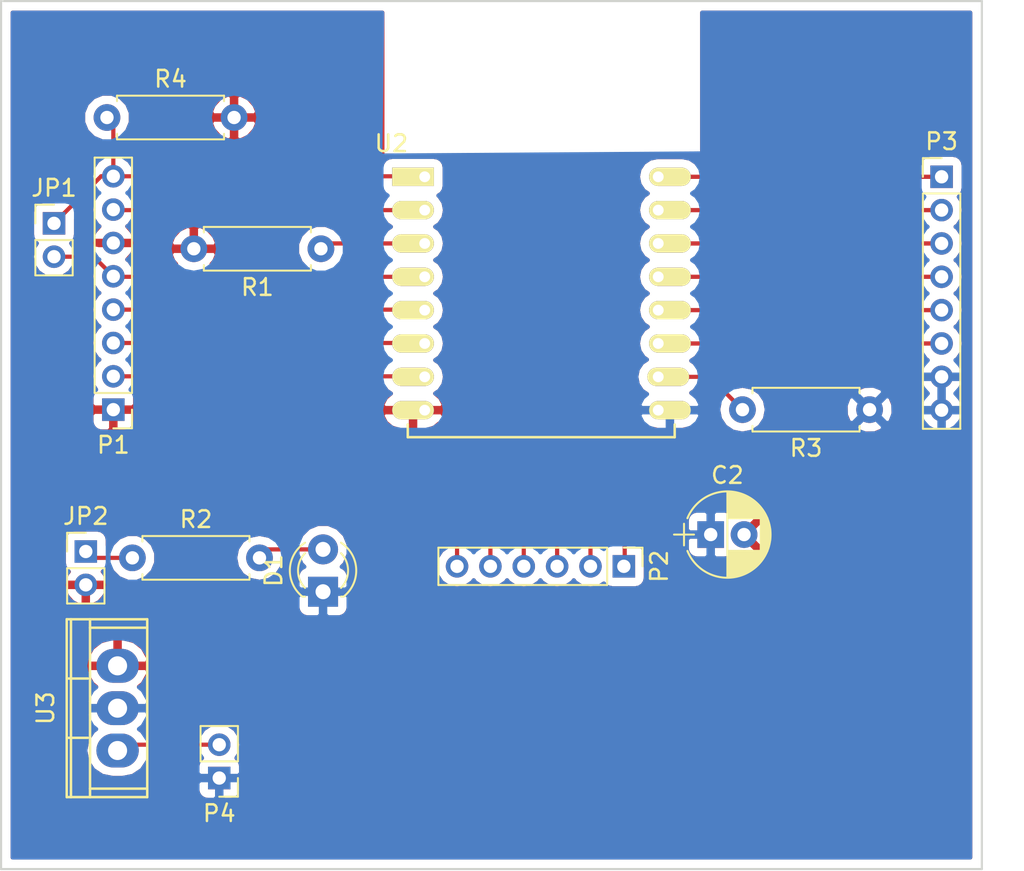
<source format=kicad_pcb>
(kicad_pcb (version 4) (host pcbnew 4.0.5)

  (general
    (links 40)
    (no_connects 1)
    (area 116.395499 67.119499 175.323501 119.316501)
    (thickness 1.6)
    (drawings 4)
    (tracks 47)
    (zones 0)
    (modules 14)
    (nets 26)
  )

  (page A4)
  (layers
    (0 F.Cu power)
    (31 B.Cu power)
    (32 B.Adhes user)
    (33 F.Adhes user)
    (34 B.Paste user)
    (35 F.Paste user)
    (36 B.SilkS user)
    (37 F.SilkS user)
    (38 B.Mask user)
    (39 F.Mask user)
    (40 Dwgs.User user)
    (41 Cmts.User user)
    (42 Eco1.User user)
    (43 Eco2.User user)
    (44 Edge.Cuts user)
    (45 Margin user)
    (46 B.CrtYd user)
    (47 F.CrtYd user)
    (48 B.Fab user)
    (49 F.Fab user)
  )

  (setup
    (last_trace_width 0.25)
    (user_trace_width 0.1524)
    (user_trace_width 0.2)
    (user_trace_width 0.25)
    (user_trace_width 0.3)
    (user_trace_width 0.4)
    (user_trace_width 0.5)
    (user_trace_width 0.6)
    (user_trace_width 0.8)
    (user_trace_width 1)
    (user_trace_width 1.2)
    (user_trace_width 1.5)
    (user_trace_width 2)
    (trace_clearance 0.254)
    (zone_clearance 0.508)
    (zone_45_only no)
    (trace_min 0.1524)
    (segment_width 0.127)
    (edge_width 0.127)
    (via_size 0.6858)
    (via_drill 0.3302)
    (via_min_size 0.6858)
    (via_min_drill 0.3302)
    (uvia_size 0.508)
    (uvia_drill 0.127)
    (uvias_allowed no)
    (uvia_min_size 0.508)
    (uvia_min_drill 0.127)
    (pcb_text_width 0.127)
    (pcb_text_size 0.6 0.6)
    (mod_edge_width 0.127)
    (mod_text_size 0.6 0.6)
    (mod_text_width 0.127)
    (pad_size 1.524 1.524)
    (pad_drill 0.762)
    (pad_to_mask_clearance 0.05)
    (pad_to_paste_clearance -0.04)
    (aux_axis_origin 0 0)
    (visible_elements FFFFFF7F)
    (pcbplotparams
      (layerselection 0x3ffff_80000001)
      (usegerberextensions true)
      (usegerberattributes true)
      (excludeedgelayer true)
      (linewidth 0.127000)
      (plotframeref false)
      (viasonmask false)
      (mode 1)
      (useauxorigin false)
      (hpglpennumber 1)
      (hpglpenspeed 20)
      (hpglpendiameter 15)
      (hpglpenoverlay 2)
      (psnegative false)
      (psa4output false)
      (plotreference true)
      (plotvalue true)
      (plotinvisibletext false)
      (padsonsilk false)
      (subtractmaskfromsilk false)
      (outputformat 1)
      (mirror false)
      (drillshape 0)
      (scaleselection 1)
      (outputdirectory CAM/))
  )

  (net 0 "")
  (net 1 "Net-(D1-Pad2)")
  (net 2 "Net-(JP2-Pad1)")
  (net 3 "Net-(R1-Pad1)")
  (net 4 /GND)
  (net 5 /VCC)
  (net 6 "Net-(JP1-Pad2)")
  (net 7 "Net-(P1-Pad2)")
  (net 8 "Net-(P1-Pad3)")
  (net 9 "Net-(P1-Pad4)")
  (net 10 "Net-(P1-Pad7)")
  (net 11 "Net-(P2-Pad1)")
  (net 12 "Net-(P2-Pad2)")
  (net 13 "Net-(P2-Pad3)")
  (net 14 "Net-(P2-Pad4)")
  (net 15 "Net-(P2-Pad5)")
  (net 16 "Net-(P2-Pad6)")
  (net 17 /TX)
  (net 18 /RX)
  (net 19 "Net-(P3-Pad3)")
  (net 20 "Net-(P3-Pad4)")
  (net 21 "Net-(P3-Pad5)")
  (net 22 "Net-(P3-Pad6)")
  (net 23 "Net-(P4-Pad2)")
  (net 24 "Net-(R3-Pad2)")
  (net 25 "Net-(JP1-Pad1)")

  (net_class Default "Dit is de standaard class."
    (clearance 0.254)
    (trace_width 0.254)
    (via_dia 0.6858)
    (via_drill 0.3302)
    (uvia_dia 0.508)
    (uvia_drill 0.127)
    (add_net /GND)
    (add_net /RX)
    (add_net /TX)
    (add_net /VCC)
    (add_net "Net-(D1-Pad2)")
    (add_net "Net-(JP1-Pad1)")
    (add_net "Net-(JP1-Pad2)")
    (add_net "Net-(JP2-Pad1)")
    (add_net "Net-(P1-Pad2)")
    (add_net "Net-(P1-Pad3)")
    (add_net "Net-(P1-Pad4)")
    (add_net "Net-(P1-Pad7)")
    (add_net "Net-(P2-Pad1)")
    (add_net "Net-(P2-Pad2)")
    (add_net "Net-(P2-Pad3)")
    (add_net "Net-(P2-Pad4)")
    (add_net "Net-(P2-Pad5)")
    (add_net "Net-(P2-Pad6)")
    (add_net "Net-(P3-Pad3)")
    (add_net "Net-(P3-Pad4)")
    (add_net "Net-(P3-Pad5)")
    (add_net "Net-(P3-Pad6)")
    (add_net "Net-(P4-Pad2)")
    (add_net "Net-(R1-Pad1)")
    (add_net "Net-(R3-Pad2)")
  )

  (net_class 0.2mm ""
    (clearance 0.2)
    (trace_width 0.2)
    (via_dia 0.6858)
    (via_drill 0.3302)
    (uvia_dia 0.508)
    (uvia_drill 0.127)
  )

  (net_class Minimal ""
    (clearance 0.1524)
    (trace_width 0.1524)
    (via_dia 0.6858)
    (via_drill 0.3302)
    (uvia_dia 0.508)
    (uvia_drill 0.127)
  )

  (module Capacitors_THT:CP_Radial_D5.0mm_P2.00mm (layer F.Cu) (tedit 58765D06) (tstamp 58B6A1FE)
    (at 159.004 99.187)
    (descr "CP, Radial series, Radial, pin pitch=2.00mm, , diameter=5mm, Electrolytic Capacitor")
    (tags "CP Radial series Radial pin pitch 2.00mm  diameter 5mm Electrolytic Capacitor")
    (path /58B6BC3F)
    (fp_text reference C2 (at 1 -3.56) (layer F.SilkS)
      (effects (font (size 1 1) (thickness 0.15)))
    )
    (fp_text value 0.1uF (at 1 3.56) (layer F.Fab)
      (effects (font (size 1 1) (thickness 0.15)))
    )
    (fp_arc (start 1 0) (end -1.397436 -0.98) (angle 135.5) (layer F.SilkS) (width 0.12))
    (fp_arc (start 1 0) (end -1.397436 0.98) (angle -135.5) (layer F.SilkS) (width 0.12))
    (fp_arc (start 1 0) (end 3.397436 -0.98) (angle 44.5) (layer F.SilkS) (width 0.12))
    (fp_circle (center 1 0) (end 3.5 0) (layer F.Fab) (width 0.1))
    (fp_line (start -2.2 0) (end -1 0) (layer F.Fab) (width 0.1))
    (fp_line (start -1.6 -0.65) (end -1.6 0.65) (layer F.Fab) (width 0.1))
    (fp_line (start 1 -2.55) (end 1 2.55) (layer F.SilkS) (width 0.12))
    (fp_line (start 1.04 -2.55) (end 1.04 -0.98) (layer F.SilkS) (width 0.12))
    (fp_line (start 1.04 0.98) (end 1.04 2.55) (layer F.SilkS) (width 0.12))
    (fp_line (start 1.08 -2.549) (end 1.08 -0.98) (layer F.SilkS) (width 0.12))
    (fp_line (start 1.08 0.98) (end 1.08 2.549) (layer F.SilkS) (width 0.12))
    (fp_line (start 1.12 -2.548) (end 1.12 -0.98) (layer F.SilkS) (width 0.12))
    (fp_line (start 1.12 0.98) (end 1.12 2.548) (layer F.SilkS) (width 0.12))
    (fp_line (start 1.16 -2.546) (end 1.16 -0.98) (layer F.SilkS) (width 0.12))
    (fp_line (start 1.16 0.98) (end 1.16 2.546) (layer F.SilkS) (width 0.12))
    (fp_line (start 1.2 -2.543) (end 1.2 -0.98) (layer F.SilkS) (width 0.12))
    (fp_line (start 1.2 0.98) (end 1.2 2.543) (layer F.SilkS) (width 0.12))
    (fp_line (start 1.24 -2.539) (end 1.24 -0.98) (layer F.SilkS) (width 0.12))
    (fp_line (start 1.24 0.98) (end 1.24 2.539) (layer F.SilkS) (width 0.12))
    (fp_line (start 1.28 -2.535) (end 1.28 -0.98) (layer F.SilkS) (width 0.12))
    (fp_line (start 1.28 0.98) (end 1.28 2.535) (layer F.SilkS) (width 0.12))
    (fp_line (start 1.32 -2.531) (end 1.32 -0.98) (layer F.SilkS) (width 0.12))
    (fp_line (start 1.32 0.98) (end 1.32 2.531) (layer F.SilkS) (width 0.12))
    (fp_line (start 1.36 -2.525) (end 1.36 -0.98) (layer F.SilkS) (width 0.12))
    (fp_line (start 1.36 0.98) (end 1.36 2.525) (layer F.SilkS) (width 0.12))
    (fp_line (start 1.4 -2.519) (end 1.4 -0.98) (layer F.SilkS) (width 0.12))
    (fp_line (start 1.4 0.98) (end 1.4 2.519) (layer F.SilkS) (width 0.12))
    (fp_line (start 1.44 -2.513) (end 1.44 -0.98) (layer F.SilkS) (width 0.12))
    (fp_line (start 1.44 0.98) (end 1.44 2.513) (layer F.SilkS) (width 0.12))
    (fp_line (start 1.48 -2.506) (end 1.48 -0.98) (layer F.SilkS) (width 0.12))
    (fp_line (start 1.48 0.98) (end 1.48 2.506) (layer F.SilkS) (width 0.12))
    (fp_line (start 1.52 -2.498) (end 1.52 -0.98) (layer F.SilkS) (width 0.12))
    (fp_line (start 1.52 0.98) (end 1.52 2.498) (layer F.SilkS) (width 0.12))
    (fp_line (start 1.56 -2.489) (end 1.56 -0.98) (layer F.SilkS) (width 0.12))
    (fp_line (start 1.56 0.98) (end 1.56 2.489) (layer F.SilkS) (width 0.12))
    (fp_line (start 1.6 -2.48) (end 1.6 -0.98) (layer F.SilkS) (width 0.12))
    (fp_line (start 1.6 0.98) (end 1.6 2.48) (layer F.SilkS) (width 0.12))
    (fp_line (start 1.64 -2.47) (end 1.64 -0.98) (layer F.SilkS) (width 0.12))
    (fp_line (start 1.64 0.98) (end 1.64 2.47) (layer F.SilkS) (width 0.12))
    (fp_line (start 1.68 -2.46) (end 1.68 -0.98) (layer F.SilkS) (width 0.12))
    (fp_line (start 1.68 0.98) (end 1.68 2.46) (layer F.SilkS) (width 0.12))
    (fp_line (start 1.721 -2.448) (end 1.721 -0.98) (layer F.SilkS) (width 0.12))
    (fp_line (start 1.721 0.98) (end 1.721 2.448) (layer F.SilkS) (width 0.12))
    (fp_line (start 1.761 -2.436) (end 1.761 -0.98) (layer F.SilkS) (width 0.12))
    (fp_line (start 1.761 0.98) (end 1.761 2.436) (layer F.SilkS) (width 0.12))
    (fp_line (start 1.801 -2.424) (end 1.801 -0.98) (layer F.SilkS) (width 0.12))
    (fp_line (start 1.801 0.98) (end 1.801 2.424) (layer F.SilkS) (width 0.12))
    (fp_line (start 1.841 -2.41) (end 1.841 -0.98) (layer F.SilkS) (width 0.12))
    (fp_line (start 1.841 0.98) (end 1.841 2.41) (layer F.SilkS) (width 0.12))
    (fp_line (start 1.881 -2.396) (end 1.881 -0.98) (layer F.SilkS) (width 0.12))
    (fp_line (start 1.881 0.98) (end 1.881 2.396) (layer F.SilkS) (width 0.12))
    (fp_line (start 1.921 -2.382) (end 1.921 -0.98) (layer F.SilkS) (width 0.12))
    (fp_line (start 1.921 0.98) (end 1.921 2.382) (layer F.SilkS) (width 0.12))
    (fp_line (start 1.961 -2.366) (end 1.961 -0.98) (layer F.SilkS) (width 0.12))
    (fp_line (start 1.961 0.98) (end 1.961 2.366) (layer F.SilkS) (width 0.12))
    (fp_line (start 2.001 -2.35) (end 2.001 -0.98) (layer F.SilkS) (width 0.12))
    (fp_line (start 2.001 0.98) (end 2.001 2.35) (layer F.SilkS) (width 0.12))
    (fp_line (start 2.041 -2.333) (end 2.041 -0.98) (layer F.SilkS) (width 0.12))
    (fp_line (start 2.041 0.98) (end 2.041 2.333) (layer F.SilkS) (width 0.12))
    (fp_line (start 2.081 -2.315) (end 2.081 -0.98) (layer F.SilkS) (width 0.12))
    (fp_line (start 2.081 0.98) (end 2.081 2.315) (layer F.SilkS) (width 0.12))
    (fp_line (start 2.121 -2.296) (end 2.121 -0.98) (layer F.SilkS) (width 0.12))
    (fp_line (start 2.121 0.98) (end 2.121 2.296) (layer F.SilkS) (width 0.12))
    (fp_line (start 2.161 -2.276) (end 2.161 -0.98) (layer F.SilkS) (width 0.12))
    (fp_line (start 2.161 0.98) (end 2.161 2.276) (layer F.SilkS) (width 0.12))
    (fp_line (start 2.201 -2.256) (end 2.201 -0.98) (layer F.SilkS) (width 0.12))
    (fp_line (start 2.201 0.98) (end 2.201 2.256) (layer F.SilkS) (width 0.12))
    (fp_line (start 2.241 -2.234) (end 2.241 -0.98) (layer F.SilkS) (width 0.12))
    (fp_line (start 2.241 0.98) (end 2.241 2.234) (layer F.SilkS) (width 0.12))
    (fp_line (start 2.281 -2.212) (end 2.281 -0.98) (layer F.SilkS) (width 0.12))
    (fp_line (start 2.281 0.98) (end 2.281 2.212) (layer F.SilkS) (width 0.12))
    (fp_line (start 2.321 -2.189) (end 2.321 -0.98) (layer F.SilkS) (width 0.12))
    (fp_line (start 2.321 0.98) (end 2.321 2.189) (layer F.SilkS) (width 0.12))
    (fp_line (start 2.361 -2.165) (end 2.361 -0.98) (layer F.SilkS) (width 0.12))
    (fp_line (start 2.361 0.98) (end 2.361 2.165) (layer F.SilkS) (width 0.12))
    (fp_line (start 2.401 -2.14) (end 2.401 -0.98) (layer F.SilkS) (width 0.12))
    (fp_line (start 2.401 0.98) (end 2.401 2.14) (layer F.SilkS) (width 0.12))
    (fp_line (start 2.441 -2.113) (end 2.441 -0.98) (layer F.SilkS) (width 0.12))
    (fp_line (start 2.441 0.98) (end 2.441 2.113) (layer F.SilkS) (width 0.12))
    (fp_line (start 2.481 -2.086) (end 2.481 -0.98) (layer F.SilkS) (width 0.12))
    (fp_line (start 2.481 0.98) (end 2.481 2.086) (layer F.SilkS) (width 0.12))
    (fp_line (start 2.521 -2.058) (end 2.521 -0.98) (layer F.SilkS) (width 0.12))
    (fp_line (start 2.521 0.98) (end 2.521 2.058) (layer F.SilkS) (width 0.12))
    (fp_line (start 2.561 -2.028) (end 2.561 -0.98) (layer F.SilkS) (width 0.12))
    (fp_line (start 2.561 0.98) (end 2.561 2.028) (layer F.SilkS) (width 0.12))
    (fp_line (start 2.601 -1.997) (end 2.601 -0.98) (layer F.SilkS) (width 0.12))
    (fp_line (start 2.601 0.98) (end 2.601 1.997) (layer F.SilkS) (width 0.12))
    (fp_line (start 2.641 -1.965) (end 2.641 -0.98) (layer F.SilkS) (width 0.12))
    (fp_line (start 2.641 0.98) (end 2.641 1.965) (layer F.SilkS) (width 0.12))
    (fp_line (start 2.681 -1.932) (end 2.681 -0.98) (layer F.SilkS) (width 0.12))
    (fp_line (start 2.681 0.98) (end 2.681 1.932) (layer F.SilkS) (width 0.12))
    (fp_line (start 2.721 -1.897) (end 2.721 -0.98) (layer F.SilkS) (width 0.12))
    (fp_line (start 2.721 0.98) (end 2.721 1.897) (layer F.SilkS) (width 0.12))
    (fp_line (start 2.761 -1.861) (end 2.761 -0.98) (layer F.SilkS) (width 0.12))
    (fp_line (start 2.761 0.98) (end 2.761 1.861) (layer F.SilkS) (width 0.12))
    (fp_line (start 2.801 -1.823) (end 2.801 -0.98) (layer F.SilkS) (width 0.12))
    (fp_line (start 2.801 0.98) (end 2.801 1.823) (layer F.SilkS) (width 0.12))
    (fp_line (start 2.841 -1.783) (end 2.841 -0.98) (layer F.SilkS) (width 0.12))
    (fp_line (start 2.841 0.98) (end 2.841 1.783) (layer F.SilkS) (width 0.12))
    (fp_line (start 2.881 -1.742) (end 2.881 -0.98) (layer F.SilkS) (width 0.12))
    (fp_line (start 2.881 0.98) (end 2.881 1.742) (layer F.SilkS) (width 0.12))
    (fp_line (start 2.921 -1.699) (end 2.921 -0.98) (layer F.SilkS) (width 0.12))
    (fp_line (start 2.921 0.98) (end 2.921 1.699) (layer F.SilkS) (width 0.12))
    (fp_line (start 2.961 -1.654) (end 2.961 -0.98) (layer F.SilkS) (width 0.12))
    (fp_line (start 2.961 0.98) (end 2.961 1.654) (layer F.SilkS) (width 0.12))
    (fp_line (start 3.001 -1.606) (end 3.001 1.606) (layer F.SilkS) (width 0.12))
    (fp_line (start 3.041 -1.556) (end 3.041 1.556) (layer F.SilkS) (width 0.12))
    (fp_line (start 3.081 -1.504) (end 3.081 1.504) (layer F.SilkS) (width 0.12))
    (fp_line (start 3.121 -1.448) (end 3.121 1.448) (layer F.SilkS) (width 0.12))
    (fp_line (start 3.161 -1.39) (end 3.161 1.39) (layer F.SilkS) (width 0.12))
    (fp_line (start 3.201 -1.327) (end 3.201 1.327) (layer F.SilkS) (width 0.12))
    (fp_line (start 3.241 -1.261) (end 3.241 1.261) (layer F.SilkS) (width 0.12))
    (fp_line (start 3.281 -1.189) (end 3.281 1.189) (layer F.SilkS) (width 0.12))
    (fp_line (start 3.321 -1.112) (end 3.321 1.112) (layer F.SilkS) (width 0.12))
    (fp_line (start 3.361 -1.028) (end 3.361 1.028) (layer F.SilkS) (width 0.12))
    (fp_line (start 3.401 -0.934) (end 3.401 0.934) (layer F.SilkS) (width 0.12))
    (fp_line (start 3.441 -0.829) (end 3.441 0.829) (layer F.SilkS) (width 0.12))
    (fp_line (start 3.481 -0.707) (end 3.481 0.707) (layer F.SilkS) (width 0.12))
    (fp_line (start 3.521 -0.559) (end 3.521 0.559) (layer F.SilkS) (width 0.12))
    (fp_line (start 3.561 -0.354) (end 3.561 0.354) (layer F.SilkS) (width 0.12))
    (fp_line (start -2.2 0) (end -1 0) (layer F.SilkS) (width 0.12))
    (fp_line (start -1.6 -0.65) (end -1.6 0.65) (layer F.SilkS) (width 0.12))
    (fp_line (start -1.85 -2.85) (end -1.85 2.85) (layer F.CrtYd) (width 0.05))
    (fp_line (start -1.85 2.85) (end 3.85 2.85) (layer F.CrtYd) (width 0.05))
    (fp_line (start 3.85 2.85) (end 3.85 -2.85) (layer F.CrtYd) (width 0.05))
    (fp_line (start 3.85 -2.85) (end -1.85 -2.85) (layer F.CrtYd) (width 0.05))
    (pad 1 thru_hole rect (at 0 0) (size 1.6 1.6) (drill 0.8) (layers *.Cu *.Mask)
      (net 4 /GND))
    (pad 2 thru_hole circle (at 2 0) (size 1.6 1.6) (drill 0.8) (layers *.Cu *.Mask)
      (net 5 /VCC))
    (model Capacitors_THT.3dshapes/CP_Radial_D5.0mm_P2.00mm.wrl
      (at (xyz 0 0 0))
      (scale (xyz 0.393701 0.393701 0.393701))
      (rotate (xyz 0 0 0))
    )
  )

  (module LEDs:LED_D3.0mm (layer F.Cu) (tedit 587A3A7B) (tstamp 58B6A204)
    (at 135.763 102.616 90)
    (descr "LED, diameter 3.0mm, 2 pins")
    (tags "LED diameter 3.0mm 2 pins")
    (path /58B670E4)
    (fp_text reference D1 (at 1.27 -2.96 90) (layer F.SilkS)
      (effects (font (size 1 1) (thickness 0.15)))
    )
    (fp_text value LED (at 1.27 2.96 90) (layer F.Fab)
      (effects (font (size 1 1) (thickness 0.15)))
    )
    (fp_arc (start 1.27 0) (end -0.23 -1.16619) (angle 284.3) (layer F.Fab) (width 0.1))
    (fp_arc (start 1.27 0) (end -0.29 -1.235516) (angle 108.8) (layer F.SilkS) (width 0.12))
    (fp_arc (start 1.27 0) (end -0.29 1.235516) (angle -108.8) (layer F.SilkS) (width 0.12))
    (fp_arc (start 1.27 0) (end 0.229039 -1.08) (angle 87.9) (layer F.SilkS) (width 0.12))
    (fp_arc (start 1.27 0) (end 0.229039 1.08) (angle -87.9) (layer F.SilkS) (width 0.12))
    (fp_circle (center 1.27 0) (end 2.77 0) (layer F.Fab) (width 0.1))
    (fp_line (start -0.23 -1.16619) (end -0.23 1.16619) (layer F.Fab) (width 0.1))
    (fp_line (start -0.29 -1.236) (end -0.29 -1.08) (layer F.SilkS) (width 0.12))
    (fp_line (start -0.29 1.08) (end -0.29 1.236) (layer F.SilkS) (width 0.12))
    (fp_line (start -1.15 -2.25) (end -1.15 2.25) (layer F.CrtYd) (width 0.05))
    (fp_line (start -1.15 2.25) (end 3.7 2.25) (layer F.CrtYd) (width 0.05))
    (fp_line (start 3.7 2.25) (end 3.7 -2.25) (layer F.CrtYd) (width 0.05))
    (fp_line (start 3.7 -2.25) (end -1.15 -2.25) (layer F.CrtYd) (width 0.05))
    (pad 1 thru_hole rect (at 0 0 90) (size 1.8 1.8) (drill 0.9) (layers *.Cu *.Mask)
      (net 4 /GND))
    (pad 2 thru_hole circle (at 2.54 0 90) (size 1.8 1.8) (drill 0.9) (layers *.Cu *.Mask)
      (net 1 "Net-(D1-Pad2)"))
    (model LEDs.3dshapes/LED_D3.0mm.wrl
      (at (xyz 0 0 0))
      (scale (xyz 0.393701 0.393701 0.393701))
      (rotate (xyz 0 0 0))
    )
  )

  (module Pin_Headers:Pin_Header_Straight_1x02_Pitch2.00mm (layer F.Cu) (tedit 5862ED55) (tstamp 58B6A20A)
    (at 119.634 80.518)
    (descr "Through hole straight pin header, 1x02, 2.00mm pitch, single row")
    (tags "Through hole pin header THT 1x02 2.00mm single row")
    (path /58B670EE)
    (fp_text reference JP1 (at 0 -2.12) (layer F.SilkS)
      (effects (font (size 1 1) (thickness 0.15)))
    )
    (fp_text value Jumper (at 0 4.12) (layer F.Fab)
      (effects (font (size 1 1) (thickness 0.15)))
    )
    (fp_line (start -1 -1) (end -1 3) (layer F.Fab) (width 0.1))
    (fp_line (start -1 3) (end 1 3) (layer F.Fab) (width 0.1))
    (fp_line (start 1 3) (end 1 -1) (layer F.Fab) (width 0.1))
    (fp_line (start 1 -1) (end -1 -1) (layer F.Fab) (width 0.1))
    (fp_line (start -1.12 1) (end -1.12 3.12) (layer F.SilkS) (width 0.12))
    (fp_line (start -1.12 3.12) (end 1.12 3.12) (layer F.SilkS) (width 0.12))
    (fp_line (start 1.12 3.12) (end 1.12 1) (layer F.SilkS) (width 0.12))
    (fp_line (start 1.12 1) (end -1.12 1) (layer F.SilkS) (width 0.12))
    (fp_line (start -1.12 0) (end -1.12 -1.12) (layer F.SilkS) (width 0.12))
    (fp_line (start -1.12 -1.12) (end 0 -1.12) (layer F.SilkS) (width 0.12))
    (fp_line (start -1.3 -1.3) (end -1.3 3.3) (layer F.CrtYd) (width 0.05))
    (fp_line (start -1.3 3.3) (end 1.3 3.3) (layer F.CrtYd) (width 0.05))
    (fp_line (start 1.3 3.3) (end 1.3 -1.3) (layer F.CrtYd) (width 0.05))
    (fp_line (start 1.3 -1.3) (end -1.3 -1.3) (layer F.CrtYd) (width 0.05))
    (pad 1 thru_hole rect (at 0 0) (size 1.35 1.35) (drill 0.8) (layers *.Cu *.Mask)
      (net 25 "Net-(JP1-Pad1)"))
    (pad 2 thru_hole oval (at 0 2) (size 1.35 1.35) (drill 0.8) (layers *.Cu *.Mask)
      (net 6 "Net-(JP1-Pad2)"))
    (model Pin_Headers.3dshapes/Pin_Header_Straight_1x02_Pitch2.00mm.wrl
      (at (xyz 0 0 0))
      (scale (xyz 1 1 1))
      (rotate (xyz 0 0 0))
    )
  )

  (module Pin_Headers:Pin_Header_Straight_1x02_Pitch2.00mm (layer F.Cu) (tedit 5862ED55) (tstamp 58B6A210)
    (at 121.539 100.203)
    (descr "Through hole straight pin header, 1x02, 2.00mm pitch, single row")
    (tags "Through hole pin header THT 1x02 2.00mm single row")
    (path /58B670EF)
    (fp_text reference JP2 (at 0 -2.12) (layer F.SilkS)
      (effects (font (size 1 1) (thickness 0.15)))
    )
    (fp_text value Jumper (at 0 4.12) (layer F.Fab)
      (effects (font (size 1 1) (thickness 0.15)))
    )
    (fp_line (start -1 -1) (end -1 3) (layer F.Fab) (width 0.1))
    (fp_line (start -1 3) (end 1 3) (layer F.Fab) (width 0.1))
    (fp_line (start 1 3) (end 1 -1) (layer F.Fab) (width 0.1))
    (fp_line (start 1 -1) (end -1 -1) (layer F.Fab) (width 0.1))
    (fp_line (start -1.12 1) (end -1.12 3.12) (layer F.SilkS) (width 0.12))
    (fp_line (start -1.12 3.12) (end 1.12 3.12) (layer F.SilkS) (width 0.12))
    (fp_line (start 1.12 3.12) (end 1.12 1) (layer F.SilkS) (width 0.12))
    (fp_line (start 1.12 1) (end -1.12 1) (layer F.SilkS) (width 0.12))
    (fp_line (start -1.12 0) (end -1.12 -1.12) (layer F.SilkS) (width 0.12))
    (fp_line (start -1.12 -1.12) (end 0 -1.12) (layer F.SilkS) (width 0.12))
    (fp_line (start -1.3 -1.3) (end -1.3 3.3) (layer F.CrtYd) (width 0.05))
    (fp_line (start -1.3 3.3) (end 1.3 3.3) (layer F.CrtYd) (width 0.05))
    (fp_line (start 1.3 3.3) (end 1.3 -1.3) (layer F.CrtYd) (width 0.05))
    (fp_line (start 1.3 -1.3) (end -1.3 -1.3) (layer F.CrtYd) (width 0.05))
    (pad 1 thru_hole rect (at 0 0) (size 1.35 1.35) (drill 0.8) (layers *.Cu *.Mask)
      (net 2 "Net-(JP2-Pad1)"))
    (pad 2 thru_hole oval (at 0 2) (size 1.35 1.35) (drill 0.8) (layers *.Cu *.Mask)
      (net 5 /VCC))
    (model Pin_Headers.3dshapes/Pin_Header_Straight_1x02_Pitch2.00mm.wrl
      (at (xyz 0 0 0))
      (scale (xyz 1 1 1))
      (rotate (xyz 0 0 0))
    )
  )

  (module Pin_Headers:Pin_Header_Straight_1x08_Pitch2.00mm (layer F.Cu) (tedit 5862ED55) (tstamp 58B6A21C)
    (at 123.19 91.694 180)
    (descr "Through hole straight pin header, 1x08, 2.00mm pitch, single row")
    (tags "Through hole pin header THT 1x08 2.00mm single row")
    (path /58B670E7)
    (fp_text reference P1 (at 0 -2.12 180) (layer F.SilkS)
      (effects (font (size 1 1) (thickness 0.15)))
    )
    (fp_text value CONN_01X08 (at 0 16.12 180) (layer F.Fab)
      (effects (font (size 1 1) (thickness 0.15)))
    )
    (fp_line (start -1 -1) (end -1 15) (layer F.Fab) (width 0.1))
    (fp_line (start -1 15) (end 1 15) (layer F.Fab) (width 0.1))
    (fp_line (start 1 15) (end 1 -1) (layer F.Fab) (width 0.1))
    (fp_line (start 1 -1) (end -1 -1) (layer F.Fab) (width 0.1))
    (fp_line (start -1.12 1) (end -1.12 15.12) (layer F.SilkS) (width 0.12))
    (fp_line (start -1.12 15.12) (end 1.12 15.12) (layer F.SilkS) (width 0.12))
    (fp_line (start 1.12 15.12) (end 1.12 1) (layer F.SilkS) (width 0.12))
    (fp_line (start 1.12 1) (end -1.12 1) (layer F.SilkS) (width 0.12))
    (fp_line (start -1.12 0) (end -1.12 -1.12) (layer F.SilkS) (width 0.12))
    (fp_line (start -1.12 -1.12) (end 0 -1.12) (layer F.SilkS) (width 0.12))
    (fp_line (start -1.3 -1.3) (end -1.3 15.3) (layer F.CrtYd) (width 0.05))
    (fp_line (start -1.3 15.3) (end 1.3 15.3) (layer F.CrtYd) (width 0.05))
    (fp_line (start 1.3 15.3) (end 1.3 -1.3) (layer F.CrtYd) (width 0.05))
    (fp_line (start 1.3 -1.3) (end -1.3 -1.3) (layer F.CrtYd) (width 0.05))
    (pad 1 thru_hole rect (at 0 0 180) (size 1.35 1.35) (drill 0.8) (layers *.Cu *.Mask)
      (net 5 /VCC))
    (pad 2 thru_hole oval (at 0 2 180) (size 1.35 1.35) (drill 0.8) (layers *.Cu *.Mask)
      (net 7 "Net-(P1-Pad2)"))
    (pad 3 thru_hole oval (at 0 4 180) (size 1.35 1.35) (drill 0.8) (layers *.Cu *.Mask)
      (net 8 "Net-(P1-Pad3)"))
    (pad 4 thru_hole oval (at 0 6 180) (size 1.35 1.35) (drill 0.8) (layers *.Cu *.Mask)
      (net 9 "Net-(P1-Pad4)"))
    (pad 5 thru_hole oval (at 0 8 180) (size 1.35 1.35) (drill 0.8) (layers *.Cu *.Mask)
      (net 6 "Net-(JP1-Pad2)"))
    (pad 6 thru_hole oval (at 0 10 180) (size 1.35 1.35) (drill 0.8) (layers *.Cu *.Mask)
      (net 5 /VCC))
    (pad 7 thru_hole oval (at 0 12 180) (size 1.35 1.35) (drill 0.8) (layers *.Cu *.Mask)
      (net 10 "Net-(P1-Pad7)"))
    (pad 8 thru_hole oval (at 0 14 180) (size 1.35 1.35) (drill 0.8) (layers *.Cu *.Mask)
      (net 25 "Net-(JP1-Pad1)"))
    (model Pin_Headers.3dshapes/Pin_Header_Straight_1x08_Pitch2.00mm.wrl
      (at (xyz 0 0 0))
      (scale (xyz 1 1 1))
      (rotate (xyz 0 0 0))
    )
  )

  (module Pin_Headers:Pin_Header_Straight_1x06_Pitch2.00mm (layer F.Cu) (tedit 5862ED55) (tstamp 58B6A226)
    (at 153.797 101.092 270)
    (descr "Through hole straight pin header, 1x06, 2.00mm pitch, single row")
    (tags "Through hole pin header THT 1x06 2.00mm single row")
    (path /58B670E8)
    (fp_text reference P2 (at 0 -2.12 270) (layer F.SilkS)
      (effects (font (size 1 1) (thickness 0.15)))
    )
    (fp_text value CONN_01X06 (at 0 12.12 270) (layer F.Fab)
      (effects (font (size 1 1) (thickness 0.15)))
    )
    (fp_line (start -1 -1) (end -1 11) (layer F.Fab) (width 0.1))
    (fp_line (start -1 11) (end 1 11) (layer F.Fab) (width 0.1))
    (fp_line (start 1 11) (end 1 -1) (layer F.Fab) (width 0.1))
    (fp_line (start 1 -1) (end -1 -1) (layer F.Fab) (width 0.1))
    (fp_line (start -1.12 1) (end -1.12 11.12) (layer F.SilkS) (width 0.12))
    (fp_line (start -1.12 11.12) (end 1.12 11.12) (layer F.SilkS) (width 0.12))
    (fp_line (start 1.12 11.12) (end 1.12 1) (layer F.SilkS) (width 0.12))
    (fp_line (start 1.12 1) (end -1.12 1) (layer F.SilkS) (width 0.12))
    (fp_line (start -1.12 0) (end -1.12 -1.12) (layer F.SilkS) (width 0.12))
    (fp_line (start -1.12 -1.12) (end 0 -1.12) (layer F.SilkS) (width 0.12))
    (fp_line (start -1.3 -1.3) (end -1.3 11.3) (layer F.CrtYd) (width 0.05))
    (fp_line (start -1.3 11.3) (end 1.3 11.3) (layer F.CrtYd) (width 0.05))
    (fp_line (start 1.3 11.3) (end 1.3 -1.3) (layer F.CrtYd) (width 0.05))
    (fp_line (start 1.3 -1.3) (end -1.3 -1.3) (layer F.CrtYd) (width 0.05))
    (pad 1 thru_hole rect (at 0 0 270) (size 1.35 1.35) (drill 0.8) (layers *.Cu *.Mask)
      (net 11 "Net-(P2-Pad1)"))
    (pad 2 thru_hole oval (at 0 2 270) (size 1.35 1.35) (drill 0.8) (layers *.Cu *.Mask)
      (net 12 "Net-(P2-Pad2)"))
    (pad 3 thru_hole oval (at 0 4 270) (size 1.35 1.35) (drill 0.8) (layers *.Cu *.Mask)
      (net 13 "Net-(P2-Pad3)"))
    (pad 4 thru_hole oval (at 0 6 270) (size 1.35 1.35) (drill 0.8) (layers *.Cu *.Mask)
      (net 14 "Net-(P2-Pad4)"))
    (pad 5 thru_hole oval (at 0 8 270) (size 1.35 1.35) (drill 0.8) (layers *.Cu *.Mask)
      (net 15 "Net-(P2-Pad5)"))
    (pad 6 thru_hole oval (at 0 10 270) (size 1.35 1.35) (drill 0.8) (layers *.Cu *.Mask)
      (net 16 "Net-(P2-Pad6)"))
    (model Pin_Headers.3dshapes/Pin_Header_Straight_1x06_Pitch2.00mm.wrl
      (at (xyz 0 0 0))
      (scale (xyz 1 1 1))
      (rotate (xyz 0 0 0))
    )
  )

  (module Pin_Headers:Pin_Header_Straight_1x08_Pitch2.00mm (layer F.Cu) (tedit 5862ED55) (tstamp 58B6A232)
    (at 172.847 77.724)
    (descr "Through hole straight pin header, 1x08, 2.00mm pitch, single row")
    (tags "Through hole pin header THT 1x08 2.00mm single row")
    (path /58B685AA)
    (fp_text reference P3 (at 0 -2.12) (layer F.SilkS)
      (effects (font (size 1 1) (thickness 0.15)))
    )
    (fp_text value CONN_01X08 (at 0 16.12) (layer F.Fab)
      (effects (font (size 1 1) (thickness 0.15)))
    )
    (fp_line (start -1 -1) (end -1 15) (layer F.Fab) (width 0.1))
    (fp_line (start -1 15) (end 1 15) (layer F.Fab) (width 0.1))
    (fp_line (start 1 15) (end 1 -1) (layer F.Fab) (width 0.1))
    (fp_line (start 1 -1) (end -1 -1) (layer F.Fab) (width 0.1))
    (fp_line (start -1.12 1) (end -1.12 15.12) (layer F.SilkS) (width 0.12))
    (fp_line (start -1.12 15.12) (end 1.12 15.12) (layer F.SilkS) (width 0.12))
    (fp_line (start 1.12 15.12) (end 1.12 1) (layer F.SilkS) (width 0.12))
    (fp_line (start 1.12 1) (end -1.12 1) (layer F.SilkS) (width 0.12))
    (fp_line (start -1.12 0) (end -1.12 -1.12) (layer F.SilkS) (width 0.12))
    (fp_line (start -1.12 -1.12) (end 0 -1.12) (layer F.SilkS) (width 0.12))
    (fp_line (start -1.3 -1.3) (end -1.3 15.3) (layer F.CrtYd) (width 0.05))
    (fp_line (start -1.3 15.3) (end 1.3 15.3) (layer F.CrtYd) (width 0.05))
    (fp_line (start 1.3 15.3) (end 1.3 -1.3) (layer F.CrtYd) (width 0.05))
    (fp_line (start 1.3 -1.3) (end -1.3 -1.3) (layer F.CrtYd) (width 0.05))
    (pad 1 thru_hole rect (at 0 0) (size 1.35 1.35) (drill 0.8) (layers *.Cu *.Mask)
      (net 17 /TX))
    (pad 2 thru_hole oval (at 0 2) (size 1.35 1.35) (drill 0.8) (layers *.Cu *.Mask)
      (net 18 /RX))
    (pad 3 thru_hole oval (at 0 4) (size 1.35 1.35) (drill 0.8) (layers *.Cu *.Mask)
      (net 19 "Net-(P3-Pad3)"))
    (pad 4 thru_hole oval (at 0 6) (size 1.35 1.35) (drill 0.8) (layers *.Cu *.Mask)
      (net 20 "Net-(P3-Pad4)"))
    (pad 5 thru_hole oval (at 0 8) (size 1.35 1.35) (drill 0.8) (layers *.Cu *.Mask)
      (net 21 "Net-(P3-Pad5)"))
    (pad 6 thru_hole oval (at 0 10) (size 1.35 1.35) (drill 0.8) (layers *.Cu *.Mask)
      (net 22 "Net-(P3-Pad6)"))
    (pad 7 thru_hole oval (at 0 12) (size 1.35 1.35) (drill 0.8) (layers *.Cu *.Mask)
      (net 4 /GND))
    (pad 8 thru_hole oval (at 0 14) (size 1.35 1.35) (drill 0.8) (layers *.Cu *.Mask)
      (net 4 /GND))
    (model Pin_Headers.3dshapes/Pin_Header_Straight_1x08_Pitch2.00mm.wrl
      (at (xyz 0 0 0))
      (scale (xyz 1 1 1))
      (rotate (xyz 0 0 0))
    )
  )

  (module Pin_Headers:Pin_Header_Straight_1x02_Pitch2.00mm (layer F.Cu) (tedit 5862ED55) (tstamp 58B6A238)
    (at 129.54 113.792 180)
    (descr "Through hole straight pin header, 1x02, 2.00mm pitch, single row")
    (tags "Through hole pin header THT 1x02 2.00mm single row")
    (path /58B6B5B1)
    (fp_text reference P4 (at 0 -2.12 180) (layer F.SilkS)
      (effects (font (size 1 1) (thickness 0.15)))
    )
    (fp_text value CONN_01X02 (at 0 4.12 180) (layer F.Fab)
      (effects (font (size 1 1) (thickness 0.15)))
    )
    (fp_line (start -1 -1) (end -1 3) (layer F.Fab) (width 0.1))
    (fp_line (start -1 3) (end 1 3) (layer F.Fab) (width 0.1))
    (fp_line (start 1 3) (end 1 -1) (layer F.Fab) (width 0.1))
    (fp_line (start 1 -1) (end -1 -1) (layer F.Fab) (width 0.1))
    (fp_line (start -1.12 1) (end -1.12 3.12) (layer F.SilkS) (width 0.12))
    (fp_line (start -1.12 3.12) (end 1.12 3.12) (layer F.SilkS) (width 0.12))
    (fp_line (start 1.12 3.12) (end 1.12 1) (layer F.SilkS) (width 0.12))
    (fp_line (start 1.12 1) (end -1.12 1) (layer F.SilkS) (width 0.12))
    (fp_line (start -1.12 0) (end -1.12 -1.12) (layer F.SilkS) (width 0.12))
    (fp_line (start -1.12 -1.12) (end 0 -1.12) (layer F.SilkS) (width 0.12))
    (fp_line (start -1.3 -1.3) (end -1.3 3.3) (layer F.CrtYd) (width 0.05))
    (fp_line (start -1.3 3.3) (end 1.3 3.3) (layer F.CrtYd) (width 0.05))
    (fp_line (start 1.3 3.3) (end 1.3 -1.3) (layer F.CrtYd) (width 0.05))
    (fp_line (start 1.3 -1.3) (end -1.3 -1.3) (layer F.CrtYd) (width 0.05))
    (pad 1 thru_hole rect (at 0 0 180) (size 1.35 1.35) (drill 0.8) (layers *.Cu *.Mask)
      (net 4 /GND))
    (pad 2 thru_hole oval (at 0 2 180) (size 1.35 1.35) (drill 0.8) (layers *.Cu *.Mask)
      (net 23 "Net-(P4-Pad2)"))
    (model Pin_Headers.3dshapes/Pin_Header_Straight_1x02_Pitch2.00mm.wrl
      (at (xyz 0 0 0))
      (scale (xyz 1 1 1))
      (rotate (xyz 0 0 0))
    )
  )

  (module Resistors_THT:R_Axial_DIN0207_L6.3mm_D2.5mm_P7.62mm_Horizontal (layer F.Cu) (tedit 5874F706) (tstamp 58B6A23E)
    (at 135.636 82.042 180)
    (descr "Resistor, Axial_DIN0207 series, Axial, Horizontal, pin pitch=7.62mm, 0.25W = 1/4W, length*diameter=6.3*2.5mm^2, http://cdn-reichelt.de/documents/datenblatt/B400/1_4W%23YAG.pdf")
    (tags "Resistor Axial_DIN0207 series Axial Horizontal pin pitch 7.62mm 0.25W = 1/4W length 6.3mm diameter 2.5mm")
    (path /58B670E2)
    (fp_text reference R1 (at 3.81 -2.31 180) (layer F.SilkS)
      (effects (font (size 1 1) (thickness 0.15)))
    )
    (fp_text value 100 (at 3.81 2.31 180) (layer F.Fab)
      (effects (font (size 1 1) (thickness 0.15)))
    )
    (fp_line (start 0.66 -1.25) (end 0.66 1.25) (layer F.Fab) (width 0.1))
    (fp_line (start 0.66 1.25) (end 6.96 1.25) (layer F.Fab) (width 0.1))
    (fp_line (start 6.96 1.25) (end 6.96 -1.25) (layer F.Fab) (width 0.1))
    (fp_line (start 6.96 -1.25) (end 0.66 -1.25) (layer F.Fab) (width 0.1))
    (fp_line (start 0 0) (end 0.66 0) (layer F.Fab) (width 0.1))
    (fp_line (start 7.62 0) (end 6.96 0) (layer F.Fab) (width 0.1))
    (fp_line (start 0.6 -0.98) (end 0.6 -1.31) (layer F.SilkS) (width 0.12))
    (fp_line (start 0.6 -1.31) (end 7.02 -1.31) (layer F.SilkS) (width 0.12))
    (fp_line (start 7.02 -1.31) (end 7.02 -0.98) (layer F.SilkS) (width 0.12))
    (fp_line (start 0.6 0.98) (end 0.6 1.31) (layer F.SilkS) (width 0.12))
    (fp_line (start 0.6 1.31) (end 7.02 1.31) (layer F.SilkS) (width 0.12))
    (fp_line (start 7.02 1.31) (end 7.02 0.98) (layer F.SilkS) (width 0.12))
    (fp_line (start -1.05 -1.6) (end -1.05 1.6) (layer F.CrtYd) (width 0.05))
    (fp_line (start -1.05 1.6) (end 8.7 1.6) (layer F.CrtYd) (width 0.05))
    (fp_line (start 8.7 1.6) (end 8.7 -1.6) (layer F.CrtYd) (width 0.05))
    (fp_line (start 8.7 -1.6) (end -1.05 -1.6) (layer F.CrtYd) (width 0.05))
    (pad 1 thru_hole circle (at 0 0 180) (size 1.6 1.6) (drill 0.8) (layers *.Cu *.Mask)
      (net 3 "Net-(R1-Pad1)"))
    (pad 2 thru_hole oval (at 7.62 0 180) (size 1.6 1.6) (drill 0.8) (layers *.Cu *.Mask)
      (net 5 /VCC))
    (model Resistors_THT.3dshapes/R_Axial_DIN0207_L6.3mm_D2.5mm_P7.62mm_Horizontal.wrl
      (at (xyz 0 0 0))
      (scale (xyz 0.393701 0.393701 0.393701))
      (rotate (xyz 0 0 0))
    )
  )

  (module Resistors_THT:R_Axial_DIN0207_L6.3mm_D2.5mm_P7.62mm_Horizontal (layer F.Cu) (tedit 5874F706) (tstamp 58B6A244)
    (at 124.333 100.584)
    (descr "Resistor, Axial_DIN0207 series, Axial, Horizontal, pin pitch=7.62mm, 0.25W = 1/4W, length*diameter=6.3*2.5mm^2, http://cdn-reichelt.de/documents/datenblatt/B400/1_4W%23YAG.pdf")
    (tags "Resistor Axial_DIN0207 series Axial Horizontal pin pitch 7.62mm 0.25W = 1/4W length 6.3mm diameter 2.5mm")
    (path /58B670E5)
    (fp_text reference R2 (at 3.81 -2.31) (layer F.SilkS)
      (effects (font (size 1 1) (thickness 0.15)))
    )
    (fp_text value 1K (at 3.81 2.31) (layer F.Fab)
      (effects (font (size 1 1) (thickness 0.15)))
    )
    (fp_line (start 0.66 -1.25) (end 0.66 1.25) (layer F.Fab) (width 0.1))
    (fp_line (start 0.66 1.25) (end 6.96 1.25) (layer F.Fab) (width 0.1))
    (fp_line (start 6.96 1.25) (end 6.96 -1.25) (layer F.Fab) (width 0.1))
    (fp_line (start 6.96 -1.25) (end 0.66 -1.25) (layer F.Fab) (width 0.1))
    (fp_line (start 0 0) (end 0.66 0) (layer F.Fab) (width 0.1))
    (fp_line (start 7.62 0) (end 6.96 0) (layer F.Fab) (width 0.1))
    (fp_line (start 0.6 -0.98) (end 0.6 -1.31) (layer F.SilkS) (width 0.12))
    (fp_line (start 0.6 -1.31) (end 7.02 -1.31) (layer F.SilkS) (width 0.12))
    (fp_line (start 7.02 -1.31) (end 7.02 -0.98) (layer F.SilkS) (width 0.12))
    (fp_line (start 0.6 0.98) (end 0.6 1.31) (layer F.SilkS) (width 0.12))
    (fp_line (start 0.6 1.31) (end 7.02 1.31) (layer F.SilkS) (width 0.12))
    (fp_line (start 7.02 1.31) (end 7.02 0.98) (layer F.SilkS) (width 0.12))
    (fp_line (start -1.05 -1.6) (end -1.05 1.6) (layer F.CrtYd) (width 0.05))
    (fp_line (start -1.05 1.6) (end 8.7 1.6) (layer F.CrtYd) (width 0.05))
    (fp_line (start 8.7 1.6) (end 8.7 -1.6) (layer F.CrtYd) (width 0.05))
    (fp_line (start 8.7 -1.6) (end -1.05 -1.6) (layer F.CrtYd) (width 0.05))
    (pad 1 thru_hole circle (at 0 0) (size 1.6 1.6) (drill 0.8) (layers *.Cu *.Mask)
      (net 2 "Net-(JP2-Pad1)"))
    (pad 2 thru_hole oval (at 7.62 0) (size 1.6 1.6) (drill 0.8) (layers *.Cu *.Mask)
      (net 1 "Net-(D1-Pad2)"))
    (model Resistors_THT.3dshapes/R_Axial_DIN0207_L6.3mm_D2.5mm_P7.62mm_Horizontal.wrl
      (at (xyz 0 0 0))
      (scale (xyz 0.393701 0.393701 0.393701))
      (rotate (xyz 0 0 0))
    )
  )

  (module Resistors_THT:R_Axial_DIN0207_L6.3mm_D2.5mm_P7.62mm_Horizontal (layer F.Cu) (tedit 5874F706) (tstamp 58B6A24A)
    (at 168.529 91.694 180)
    (descr "Resistor, Axial_DIN0207 series, Axial, Horizontal, pin pitch=7.62mm, 0.25W = 1/4W, length*diameter=6.3*2.5mm^2, http://cdn-reichelt.de/documents/datenblatt/B400/1_4W%23YAG.pdf")
    (tags "Resistor Axial_DIN0207 series Axial Horizontal pin pitch 7.62mm 0.25W = 1/4W length 6.3mm diameter 2.5mm")
    (path /58B670E1)
    (fp_text reference R3 (at 3.81 -2.31 180) (layer F.SilkS)
      (effects (font (size 1 1) (thickness 0.15)))
    )
    (fp_text value 1K (at 3.81 2.31 180) (layer F.Fab)
      (effects (font (size 1 1) (thickness 0.15)))
    )
    (fp_line (start 0.66 -1.25) (end 0.66 1.25) (layer F.Fab) (width 0.1))
    (fp_line (start 0.66 1.25) (end 6.96 1.25) (layer F.Fab) (width 0.1))
    (fp_line (start 6.96 1.25) (end 6.96 -1.25) (layer F.Fab) (width 0.1))
    (fp_line (start 6.96 -1.25) (end 0.66 -1.25) (layer F.Fab) (width 0.1))
    (fp_line (start 0 0) (end 0.66 0) (layer F.Fab) (width 0.1))
    (fp_line (start 7.62 0) (end 6.96 0) (layer F.Fab) (width 0.1))
    (fp_line (start 0.6 -0.98) (end 0.6 -1.31) (layer F.SilkS) (width 0.12))
    (fp_line (start 0.6 -1.31) (end 7.02 -1.31) (layer F.SilkS) (width 0.12))
    (fp_line (start 7.02 -1.31) (end 7.02 -0.98) (layer F.SilkS) (width 0.12))
    (fp_line (start 0.6 0.98) (end 0.6 1.31) (layer F.SilkS) (width 0.12))
    (fp_line (start 0.6 1.31) (end 7.02 1.31) (layer F.SilkS) (width 0.12))
    (fp_line (start 7.02 1.31) (end 7.02 0.98) (layer F.SilkS) (width 0.12))
    (fp_line (start -1.05 -1.6) (end -1.05 1.6) (layer F.CrtYd) (width 0.05))
    (fp_line (start -1.05 1.6) (end 8.7 1.6) (layer F.CrtYd) (width 0.05))
    (fp_line (start 8.7 1.6) (end 8.7 -1.6) (layer F.CrtYd) (width 0.05))
    (fp_line (start 8.7 -1.6) (end -1.05 -1.6) (layer F.CrtYd) (width 0.05))
    (pad 1 thru_hole circle (at 0 0 180) (size 1.6 1.6) (drill 0.8) (layers *.Cu *.Mask)
      (net 4 /GND))
    (pad 2 thru_hole oval (at 7.62 0 180) (size 1.6 1.6) (drill 0.8) (layers *.Cu *.Mask)
      (net 24 "Net-(R3-Pad2)"))
    (model Resistors_THT.3dshapes/R_Axial_DIN0207_L6.3mm_D2.5mm_P7.62mm_Horizontal.wrl
      (at (xyz 0 0 0))
      (scale (xyz 0.393701 0.393701 0.393701))
      (rotate (xyz 0 0 0))
    )
  )

  (module Resistors_THT:R_Axial_DIN0207_L6.3mm_D2.5mm_P7.62mm_Horizontal (layer F.Cu) (tedit 5874F706) (tstamp 58B6A250)
    (at 122.809 74.168)
    (descr "Resistor, Axial_DIN0207 series, Axial, Horizontal, pin pitch=7.62mm, 0.25W = 1/4W, length*diameter=6.3*2.5mm^2, http://cdn-reichelt.de/documents/datenblatt/B400/1_4W%23YAG.pdf")
    (tags "Resistor Axial_DIN0207 series Axial Horizontal pin pitch 7.62mm 0.25W = 1/4W length 6.3mm diameter 2.5mm")
    (path /58B67E24)
    (fp_text reference R4 (at 3.81 -2.31) (layer F.SilkS)
      (effects (font (size 1 1) (thickness 0.15)))
    )
    (fp_text value 10K (at 3.81 2.31) (layer F.Fab)
      (effects (font (size 1 1) (thickness 0.15)))
    )
    (fp_line (start 0.66 -1.25) (end 0.66 1.25) (layer F.Fab) (width 0.1))
    (fp_line (start 0.66 1.25) (end 6.96 1.25) (layer F.Fab) (width 0.1))
    (fp_line (start 6.96 1.25) (end 6.96 -1.25) (layer F.Fab) (width 0.1))
    (fp_line (start 6.96 -1.25) (end 0.66 -1.25) (layer F.Fab) (width 0.1))
    (fp_line (start 0 0) (end 0.66 0) (layer F.Fab) (width 0.1))
    (fp_line (start 7.62 0) (end 6.96 0) (layer F.Fab) (width 0.1))
    (fp_line (start 0.6 -0.98) (end 0.6 -1.31) (layer F.SilkS) (width 0.12))
    (fp_line (start 0.6 -1.31) (end 7.02 -1.31) (layer F.SilkS) (width 0.12))
    (fp_line (start 7.02 -1.31) (end 7.02 -0.98) (layer F.SilkS) (width 0.12))
    (fp_line (start 0.6 0.98) (end 0.6 1.31) (layer F.SilkS) (width 0.12))
    (fp_line (start 0.6 1.31) (end 7.02 1.31) (layer F.SilkS) (width 0.12))
    (fp_line (start 7.02 1.31) (end 7.02 0.98) (layer F.SilkS) (width 0.12))
    (fp_line (start -1.05 -1.6) (end -1.05 1.6) (layer F.CrtYd) (width 0.05))
    (fp_line (start -1.05 1.6) (end 8.7 1.6) (layer F.CrtYd) (width 0.05))
    (fp_line (start 8.7 1.6) (end 8.7 -1.6) (layer F.CrtYd) (width 0.05))
    (fp_line (start 8.7 -1.6) (end -1.05 -1.6) (layer F.CrtYd) (width 0.05))
    (pad 1 thru_hole circle (at 0 0) (size 1.6 1.6) (drill 0.8) (layers *.Cu *.Mask)
      (net 25 "Net-(JP1-Pad1)"))
    (pad 2 thru_hole oval (at 7.62 0) (size 1.6 1.6) (drill 0.8) (layers *.Cu *.Mask)
      (net 5 /VCC))
    (model Resistors_THT.3dshapes/R_Axial_DIN0207_L6.3mm_D2.5mm_P7.62mm_Horizontal.wrl
      (at (xyz 0 0 0))
      (scale (xyz 0.393701 0.393701 0.393701))
      (rotate (xyz 0 0 0))
    )
  )

  (module ESP8266:ESP-12E (layer F.Cu) (tedit 559F8D21) (tstamp 58B6A26A)
    (at 141.859 77.724)
    (descr "Module, ESP-8266, ESP-12, 16 pad, SMD")
    (tags "Module ESP-8266 ESP8266")
    (path /58B670E9)
    (fp_text reference U2 (at -2 -2) (layer F.SilkS)
      (effects (font (size 1 1) (thickness 0.15)))
    )
    (fp_text value ESP-12E (at 8 1) (layer F.Fab)
      (effects (font (size 1 1) (thickness 0.15)))
    )
    (fp_line (start -2.25 -0.5) (end -2.25 -8.75) (layer F.CrtYd) (width 0.05))
    (fp_line (start -2.25 -8.75) (end 15.25 -8.75) (layer F.CrtYd) (width 0.05))
    (fp_line (start 15.25 -8.75) (end 16.25 -8.75) (layer F.CrtYd) (width 0.05))
    (fp_line (start 16.25 -8.75) (end 16.25 16) (layer F.CrtYd) (width 0.05))
    (fp_line (start 16.25 16) (end -2.25 16) (layer F.CrtYd) (width 0.05))
    (fp_line (start -2.25 16) (end -2.25 -0.5) (layer F.CrtYd) (width 0.05))
    (fp_line (start -1.016 -8.382) (end 14.986 -8.382) (layer F.CrtYd) (width 0.1524))
    (fp_line (start 14.986 -8.382) (end 14.986 -0.889) (layer F.CrtYd) (width 0.1524))
    (fp_line (start -1.016 -8.382) (end -1.016 -1.016) (layer F.CrtYd) (width 0.1524))
    (fp_line (start -1.016 14.859) (end -1.016 15.621) (layer F.SilkS) (width 0.1524))
    (fp_line (start -1.016 15.621) (end 14.986 15.621) (layer F.SilkS) (width 0.1524))
    (fp_line (start 14.986 15.621) (end 14.986 14.859) (layer F.SilkS) (width 0.1524))
    (fp_line (start 14.992 -8.4) (end -1.008 -2.6) (layer F.CrtYd) (width 0.1524))
    (fp_line (start -1.008 -8.4) (end 14.992 -2.6) (layer F.CrtYd) (width 0.1524))
    (fp_text user "No Copper" (at 6.892 -5.4) (layer F.CrtYd)
      (effects (font (size 1 1) (thickness 0.15)))
    )
    (fp_line (start -1.008 -2.6) (end 14.992 -2.6) (layer F.CrtYd) (width 0.1524))
    (fp_line (start 15 -8.4) (end 15 15.6) (layer F.Fab) (width 0.05))
    (fp_line (start 14.992 15.6) (end -1.008 15.6) (layer F.Fab) (width 0.05))
    (fp_line (start -1.008 15.6) (end -1.008 -8.4) (layer F.Fab) (width 0.05))
    (fp_line (start -1.008 -8.4) (end 14.992 -8.4) (layer F.Fab) (width 0.05))
    (pad 1 thru_hole rect (at 0 0) (size 2.5 1.1) (drill 0.65 (offset -0.7 0)) (layers *.Cu *.Mask F.SilkS)
      (net 25 "Net-(JP1-Pad1)"))
    (pad 2 thru_hole oval (at 0 2) (size 2.5 1.1) (drill 0.65 (offset -0.7 0)) (layers *.Cu *.Mask F.SilkS)
      (net 10 "Net-(P1-Pad7)"))
    (pad 3 thru_hole oval (at 0 4) (size 2.5 1.1) (drill 0.65 (offset -0.7 0)) (layers *.Cu *.Mask F.SilkS)
      (net 3 "Net-(R1-Pad1)"))
    (pad 4 thru_hole oval (at 0 6) (size 2.5 1.1) (drill 0.65 (offset -0.7 0)) (layers *.Cu *.Mask F.SilkS)
      (net 6 "Net-(JP1-Pad2)"))
    (pad 5 thru_hole oval (at 0 8) (size 2.5 1.1) (drill 0.65 (offset -0.7 0)) (layers *.Cu *.Mask F.SilkS)
      (net 9 "Net-(P1-Pad4)"))
    (pad 6 thru_hole oval (at 0 10) (size 2.5 1.1) (drill 0.65 (offset -0.7 0)) (layers *.Cu *.Mask F.SilkS)
      (net 8 "Net-(P1-Pad3)"))
    (pad 7 thru_hole oval (at 0 12) (size 2.5 1.1) (drill 0.65 (offset -0.7 0)) (layers *.Cu *.Mask F.SilkS)
      (net 7 "Net-(P1-Pad2)"))
    (pad 8 thru_hole oval (at 0 14) (size 2.5 1.1) (drill 0.65 (offset -0.7 0)) (layers *.Cu *.Mask F.SilkS)
      (net 5 /VCC))
    (pad 9 thru_hole oval (at 14 14) (size 2.5 1.1) (drill 0.65 (offset 0.7 0)) (layers *.Cu *.Mask F.SilkS)
      (net 4 /GND))
    (pad 10 thru_hole oval (at 14 12) (size 2.5 1.1) (drill 0.65 (offset 0.6 0)) (layers *.Cu *.Mask F.SilkS)
      (net 24 "Net-(R3-Pad2)"))
    (pad 11 thru_hole oval (at 14 10) (size 2.5 1.1) (drill 0.65 (offset 0.7 0)) (layers *.Cu *.Mask F.SilkS)
      (net 22 "Net-(P3-Pad6)"))
    (pad 12 thru_hole oval (at 14 8) (size 2.5 1.1) (drill 0.65 (offset 0.7 0)) (layers *.Cu *.Mask F.SilkS)
      (net 21 "Net-(P3-Pad5)"))
    (pad 13 thru_hole oval (at 14 6) (size 2.5 1.1) (drill 0.65 (offset 0.7 0)) (layers *.Cu *.Mask F.SilkS)
      (net 20 "Net-(P3-Pad4)"))
    (pad 14 thru_hole oval (at 14 4) (size 2.5 1.1) (drill 0.65 (offset 0.7 0)) (layers *.Cu *.Mask F.SilkS)
      (net 19 "Net-(P3-Pad3)"))
    (pad 15 thru_hole oval (at 14 2) (size 2.5 1.1) (drill 0.65 (offset 0.7 0)) (layers *.Cu *.Mask F.SilkS)
      (net 18 /RX))
    (pad 16 thru_hole oval (at 14 0) (size 2.5 1.1) (drill 0.65 (offset 0.7 0)) (layers *.Cu *.Mask F.SilkS)
      (net 17 /TX))
    (pad 17 smd oval (at 1.99 15.75 90) (size 2.4 1.1) (layers F.Cu F.Paste F.Mask)
      (net 16 "Net-(P2-Pad6)"))
    (pad 18 smd oval (at 3.99 15.75 90) (size 2.4 1.1) (layers F.Cu F.Paste F.Mask)
      (net 15 "Net-(P2-Pad5)"))
    (pad 19 smd oval (at 5.99 15.75 90) (size 2.4 1.1) (layers F.Cu F.Paste F.Mask)
      (net 14 "Net-(P2-Pad4)"))
    (pad 20 smd oval (at 7.99 15.75 90) (size 2.4 1.1) (layers F.Cu F.Paste F.Mask)
      (net 13 "Net-(P2-Pad3)"))
    (pad 21 smd oval (at 9.99 15.75 90) (size 2.4 1.1) (layers F.Cu F.Paste F.Mask)
      (net 12 "Net-(P2-Pad2)"))
    (pad 22 smd oval (at 11.99 15.75 90) (size 2.4 1.1) (layers F.Cu F.Paste F.Mask)
      (net 11 "Net-(P2-Pad1)"))
    (model ${ESPLIB}/ESP8266.3dshapes/ESP-12.wrl
      (at (xyz 0 0 0))
      (scale (xyz 0.3937 0.3937 0.3937))
      (rotate (xyz 0 0 0))
    )
  )

  (module Power_Integrations:TO-220 (layer F.Cu) (tedit 0) (tstamp 58B6A271)
    (at 123.444 109.601 90)
    (descr "Non Isolated JEDEC TO-220 Package")
    (tags "Power Integration YN Package")
    (path /58B6B952)
    (fp_text reference U3 (at 0 -4.318 90) (layer F.SilkS)
      (effects (font (size 1 1) (thickness 0.15)))
    )
    (fp_text value SPX2920U-3.3 (at 0 -4.318 90) (layer F.Fab)
      (effects (font (size 1 1) (thickness 0.15)))
    )
    (fp_line (start 4.826 -1.651) (end 4.826 1.778) (layer F.SilkS) (width 0.15))
    (fp_line (start -4.826 -1.651) (end -4.826 1.778) (layer F.SilkS) (width 0.15))
    (fp_line (start 5.334 -2.794) (end -5.334 -2.794) (layer F.SilkS) (width 0.15))
    (fp_line (start 1.778 -1.778) (end 1.778 -3.048) (layer F.SilkS) (width 0.15))
    (fp_line (start -1.778 -1.778) (end -1.778 -3.048) (layer F.SilkS) (width 0.15))
    (fp_line (start -5.334 -1.651) (end 5.334 -1.651) (layer F.SilkS) (width 0.15))
    (fp_line (start 5.334 1.778) (end -5.334 1.778) (layer F.SilkS) (width 0.15))
    (fp_line (start -5.334 -3.048) (end -5.334 1.778) (layer F.SilkS) (width 0.15))
    (fp_line (start 5.334 -3.048) (end 5.334 1.778) (layer F.SilkS) (width 0.15))
    (fp_line (start 5.334 -3.048) (end -5.334 -3.048) (layer F.SilkS) (width 0.15))
    (pad 2 thru_hole oval (at 0 0 90) (size 2.032 2.54) (drill 1.143) (layers *.Cu *.Mask)
      (net 4 /GND))
    (pad 3 thru_hole oval (at 2.54 0 90) (size 2.032 2.54) (drill 1.143) (layers *.Cu *.Mask)
      (net 5 /VCC))
    (pad 1 thru_hole oval (at -2.54 0 90) (size 2.032 2.54) (drill 1.143) (layers *.Cu *.Mask)
      (net 23 "Net-(P4-Pad2)"))
  )

  (gr_line (start 116.459 119.253) (end 116.459 67.183) (angle 90) (layer Edge.Cuts) (width 0.127))
  (gr_line (start 175.26 119.253) (end 116.459 119.253) (angle 90) (layer Edge.Cuts) (width 0.127))
  (gr_line (start 175.26 67.183) (end 175.26 119.253) (angle 90) (layer Edge.Cuts) (width 0.127))
  (gr_line (start 116.586 67.183) (end 175.26 67.183) (angle 90) (layer Edge.Cuts) (width 0.127))

  (segment (start 135.763 100.076) (end 132.461 100.076) (width 0.25) (layer F.Cu) (net 1))
  (segment (start 132.461 100.076) (end 131.953 100.584) (width 0.25) (layer F.Cu) (net 1) (tstamp 58BA9E3F))
  (segment (start 124.333 100.584) (end 121.92 100.584) (width 0.25) (layer F.Cu) (net 2))
  (segment (start 121.92 100.584) (end 121.539 100.203) (width 0.25) (layer F.Cu) (net 2) (tstamp 58BA9E42))
  (segment (start 141.859 81.724) (end 135.954 81.724) (width 0.25) (layer F.Cu) (net 3))
  (segment (start 135.954 81.724) (end 135.636 82.042) (width 0.25) (layer F.Cu) (net 3) (tstamp 58BA9D76))
  (segment (start 141.829 91.694) (end 141.859 91.724) (width 0.25) (layer F.Cu) (net 5) (tstamp 58BA9B9E))
  (segment (start 141.859 83.724) (end 123.22 83.724) (width 0.25) (layer F.Cu) (net 6))
  (segment (start 123.22 83.724) (end 123.19 83.694) (width 0.25) (layer F.Cu) (net 6) (tstamp 58BA9D84))
  (segment (start 119.634 82.518) (end 122.014 82.518) (width 0.25) (layer F.Cu) (net 6))
  (segment (start 122.014 82.518) (end 123.19 83.694) (width 0.25) (layer F.Cu) (net 6) (tstamp 58BA9D80))
  (segment (start 123.19 89.694) (end 141.829 89.694) (width 0.25) (layer F.Cu) (net 7))
  (segment (start 141.829 89.694) (end 141.859 89.724) (width 0.25) (layer F.Cu) (net 7) (tstamp 58BA9BA1))
  (segment (start 123.19 87.694) (end 141.829 87.694) (width 0.25) (layer F.Cu) (net 8))
  (segment (start 141.829 87.694) (end 141.859 87.724) (width 0.25) (layer F.Cu) (net 8) (tstamp 58BA9BA4))
  (segment (start 123.19 85.694) (end 141.829 85.694) (width 0.25) (layer F.Cu) (net 9))
  (segment (start 141.829 85.694) (end 141.859 85.724) (width 0.25) (layer F.Cu) (net 9) (tstamp 58BA9BA7))
  (segment (start 141.859 79.724) (end 123.22 79.724) (width 0.25) (layer F.Cu) (net 10))
  (segment (start 123.22 79.724) (end 123.19 79.694) (width 0.25) (layer F.Cu) (net 10) (tstamp 58BA9D70))
  (segment (start 153.849 93.474) (end 153.849 101.04) (width 0.25) (layer F.Cu) (net 11))
  (segment (start 153.849 101.04) (end 153.797 101.092) (width 0.25) (layer F.Cu) (net 11) (tstamp 58BA9BCC))
  (segment (start 151.797 101.092) (end 151.797 93.526) (width 0.25) (layer F.Cu) (net 12))
  (segment (start 151.797 93.526) (end 151.849 93.474) (width 0.25) (layer F.Cu) (net 12) (tstamp 58BA9BCF))
  (segment (start 149.797 101.092) (end 149.797 93.526) (width 0.25) (layer F.Cu) (net 13))
  (segment (start 149.797 93.526) (end 149.849 93.474) (width 0.25) (layer F.Cu) (net 13) (tstamp 58BA9BD2))
  (segment (start 147.797 101.092) (end 147.797 93.526) (width 0.25) (layer F.Cu) (net 14))
  (segment (start 147.797 93.526) (end 147.849 93.474) (width 0.25) (layer F.Cu) (net 14) (tstamp 58BA9BD5))
  (segment (start 145.797 101.092) (end 145.797 93.526) (width 0.25) (layer F.Cu) (net 15))
  (segment (start 145.797 93.526) (end 145.849 93.474) (width 0.25) (layer F.Cu) (net 15) (tstamp 58BA9BD8))
  (segment (start 143.797 101.092) (end 143.797 93.526) (width 0.25) (layer F.Cu) (net 16))
  (segment (start 143.797 93.526) (end 143.849 93.474) (width 0.25) (layer F.Cu) (net 16) (tstamp 58BA9BDB))
  (segment (start 172.847 77.724) (end 155.859 77.724) (width 0.254) (layer F.Cu) (net 17))
  (segment (start 155.859 79.724) (end 172.847 79.724) (width 0.254) (layer F.Cu) (net 18))
  (segment (start 155.859 81.724) (end 172.847 81.724) (width 0.254) (layer F.Cu) (net 19))
  (segment (start 155.859 83.724) (end 172.847 83.724) (width 0.254) (layer F.Cu) (net 20))
  (segment (start 155.859 85.724) (end 172.847 85.724) (width 0.254) (layer F.Cu) (net 21))
  (segment (start 155.859 87.724) (end 172.847 87.724) (width 0.254) (layer F.Cu) (net 22))
  (segment (start 129.54 111.792) (end 123.793 111.792) (width 0.25) (layer F.Cu) (net 23))
  (segment (start 123.793 111.792) (end 123.444 112.141) (width 0.25) (layer F.Cu) (net 23) (tstamp 58BA9F57))
  (segment (start 155.859 89.724) (end 158.939 89.724) (width 0.25) (layer F.Cu) (net 24))
  (segment (start 158.939 89.724) (end 160.909 91.694) (width 0.25) (layer F.Cu) (net 24) (tstamp 58BA9DA5))
  (segment (start 123.19 77.694) (end 123.19 74.549) (width 0.25) (layer F.Cu) (net 25))
  (segment (start 123.19 74.549) (end 122.809 74.168) (width 0.25) (layer F.Cu) (net 25) (tstamp 58BA9E5B))
  (segment (start 123.19 77.694) (end 122.458 77.694) (width 0.25) (layer F.Cu) (net 25))
  (segment (start 122.458 77.694) (end 119.634 80.518) (width 0.25) (layer F.Cu) (net 25) (tstamp 58BA9D7D))
  (segment (start 123.19 77.694) (end 141.829 77.694) (width 0.25) (layer F.Cu) (net 25))
  (segment (start 141.829 77.694) (end 141.859 77.724) (width 0.25) (layer F.Cu) (net 25) (tstamp 58BA9BAA))

  (zone (net 4) (net_name /GND) (layer B.Cu) (tstamp 58BA9C88) (hatch edge 0.508)
    (connect_pads (clearance 0.508))
    (min_thickness 0.254)
    (fill yes (arc_segments 16) (thermal_gap 0.508) (thermal_bridge_width 0.508))
    (polygon
      (pts
        (xy 139.319 76.327) (xy 158.369 76.2) (xy 158.369 67.183) (xy 175.26 67.183) (xy 175.26 119.253)
        (xy 116.586 119.38) (xy 116.459 67.183) (xy 139.446 67.183)
      )
    )
    (filled_polygon
      (pts
        (xy 139.192012 76.325236) (xy 139.201331 76.374781) (xy 139.229191 76.416796) (xy 139.271202 76.444662) (xy 139.319847 76.453997)
        (xy 158.369847 76.326997) (xy 158.419189 76.316662) (xy 158.460623 76.287945) (xy 158.48762 76.245369) (xy 158.496 76.2)
        (xy 158.496 67.8815) (xy 174.5615 67.8815) (xy 174.5615 118.5545) (xy 117.1575 118.5545) (xy 117.1575 114.07775)
        (xy 128.23 114.07775) (xy 128.23 114.59331) (xy 128.326673 114.826699) (xy 128.505302 115.005327) (xy 128.738691 115.102)
        (xy 129.25425 115.102) (xy 129.413 114.94325) (xy 129.413 113.919) (xy 129.667 113.919) (xy 129.667 114.94325)
        (xy 129.82575 115.102) (xy 130.341309 115.102) (xy 130.574698 115.005327) (xy 130.753327 114.826699) (xy 130.85 114.59331)
        (xy 130.85 114.07775) (xy 130.69125 113.919) (xy 129.667 113.919) (xy 129.413 113.919) (xy 128.38875 113.919)
        (xy 128.23 114.07775) (xy 117.1575 114.07775) (xy 117.1575 112.141) (xy 121.501679 112.141) (xy 121.627354 112.77281)
        (xy 121.985246 113.308433) (xy 122.520869 113.666325) (xy 123.152679 113.792) (xy 123.735321 113.792) (xy 124.367131 113.666325)
        (xy 124.902754 113.308433) (xy 125.260646 112.77281) (xy 125.386321 112.141) (xy 125.316901 111.792) (xy 128.204336 111.792)
        (xy 128.304054 112.293315) (xy 128.498961 112.585014) (xy 128.326673 112.757301) (xy 128.23 112.99069) (xy 128.23 113.50625)
        (xy 128.38875 113.665) (xy 129.413 113.665) (xy 129.413 113.645) (xy 129.667 113.645) (xy 129.667 113.665)
        (xy 130.69125 113.665) (xy 130.85 113.50625) (xy 130.85 112.99069) (xy 130.753327 112.757301) (xy 130.581039 112.585014)
        (xy 130.775946 112.293315) (xy 130.875664 111.792) (xy 130.775946 111.290685) (xy 130.491974 110.86569) (xy 130.066979 110.581718)
        (xy 129.565664 110.482) (xy 129.514336 110.482) (xy 129.013021 110.581718) (xy 128.588026 110.86569) (xy 128.304054 111.290685)
        (xy 128.204336 111.792) (xy 125.316901 111.792) (xy 125.260646 111.50919) (xy 124.902754 110.973567) (xy 124.728219 110.856946)
        (xy 124.955236 110.67863) (xy 125.271926 110.115477) (xy 125.303975 109.983944) (xy 125.184836 109.728) (xy 123.571 109.728)
        (xy 123.571 109.748) (xy 123.317 109.748) (xy 123.317 109.728) (xy 121.703164 109.728) (xy 121.584025 109.983944)
        (xy 121.616074 110.115477) (xy 121.932764 110.67863) (xy 122.159781 110.856946) (xy 121.985246 110.973567) (xy 121.627354 111.50919)
        (xy 121.501679 112.141) (xy 117.1575 112.141) (xy 117.1575 107.061) (xy 121.501679 107.061) (xy 121.627354 107.69281)
        (xy 121.985246 108.228433) (xy 122.159781 108.345054) (xy 121.932764 108.52337) (xy 121.616074 109.086523) (xy 121.584025 109.218056)
        (xy 121.703164 109.474) (xy 123.317 109.474) (xy 123.317 109.454) (xy 123.571 109.454) (xy 123.571 109.474)
        (xy 125.184836 109.474) (xy 125.303975 109.218056) (xy 125.271926 109.086523) (xy 124.955236 108.52337) (xy 124.728219 108.345054)
        (xy 124.902754 108.228433) (xy 125.260646 107.69281) (xy 125.386321 107.061) (xy 125.260646 106.42919) (xy 124.902754 105.893567)
        (xy 124.367131 105.535675) (xy 123.735321 105.41) (xy 123.152679 105.41) (xy 122.520869 105.535675) (xy 121.985246 105.893567)
        (xy 121.627354 106.42919) (xy 121.501679 107.061) (xy 117.1575 107.061) (xy 117.1575 102.203) (xy 120.203336 102.203)
        (xy 120.303054 102.704315) (xy 120.587026 103.12931) (xy 121.012021 103.413282) (xy 121.513336 103.513) (xy 121.564664 103.513)
        (xy 122.065979 103.413282) (xy 122.490974 103.12931) (xy 122.643024 102.90175) (xy 134.228 102.90175) (xy 134.228 103.642309)
        (xy 134.324673 103.875698) (xy 134.503301 104.054327) (xy 134.73669 104.151) (xy 135.47725 104.151) (xy 135.636 103.99225)
        (xy 135.636 102.743) (xy 135.89 102.743) (xy 135.89 103.99225) (xy 136.04875 104.151) (xy 136.78931 104.151)
        (xy 137.022699 104.054327) (xy 137.201327 103.875698) (xy 137.298 103.642309) (xy 137.298 102.90175) (xy 137.13925 102.743)
        (xy 135.89 102.743) (xy 135.636 102.743) (xy 134.38675 102.743) (xy 134.228 102.90175) (xy 122.643024 102.90175)
        (xy 122.774946 102.704315) (xy 122.874664 102.203) (xy 122.774946 101.701685) (xy 122.573992 101.400936) (xy 122.665441 101.34209)
        (xy 122.810431 101.12989) (xy 122.86144 100.878) (xy 122.86144 100.868187) (xy 122.897752 100.868187) (xy 123.115757 101.3958)
        (xy 123.519077 101.799824) (xy 124.046309 102.01875) (xy 124.617187 102.019248) (xy 125.1448 101.801243) (xy 125.548824 101.397923)
        (xy 125.76775 100.870691) (xy 125.768 100.584) (xy 130.489887 100.584) (xy 130.59912 101.133151) (xy 130.910189 101.598698)
        (xy 131.375736 101.909767) (xy 131.924887 102.019) (xy 131.981113 102.019) (xy 132.530264 101.909767) (xy 132.995811 101.598698)
        (xy 133.30688 101.133151) (xy 133.416113 100.584) (xy 133.375534 100.379991) (xy 134.227735 100.379991) (xy 134.460932 100.944371)
        (xy 134.638092 101.121841) (xy 134.503301 101.177673) (xy 134.324673 101.356302) (xy 134.228 101.589691) (xy 134.228 102.33025)
        (xy 134.38675 102.489) (xy 135.636 102.489) (xy 135.636 102.469) (xy 135.89 102.469) (xy 135.89 102.489)
        (xy 137.13925 102.489) (xy 137.298 102.33025) (xy 137.298 101.589691) (xy 137.201327 101.356302) (xy 137.022699 101.177673)
        (xy 136.888006 101.121881) (xy 136.943648 101.066336) (xy 142.487 101.066336) (xy 142.487 101.117664) (xy 142.586718 101.618979)
        (xy 142.87069 102.043974) (xy 143.295685 102.327946) (xy 143.797 102.427664) (xy 144.298315 102.327946) (xy 144.72331 102.043974)
        (xy 144.797 101.933689) (xy 144.87069 102.043974) (xy 145.295685 102.327946) (xy 145.797 102.427664) (xy 146.298315 102.327946)
        (xy 146.72331 102.043974) (xy 146.797 101.933689) (xy 146.87069 102.043974) (xy 147.295685 102.327946) (xy 147.797 102.427664)
        (xy 148.298315 102.327946) (xy 148.72331 102.043974) (xy 148.797 101.933689) (xy 148.87069 102.043974) (xy 149.295685 102.327946)
        (xy 149.797 102.427664) (xy 150.298315 102.327946) (xy 150.72331 102.043974) (xy 150.797 101.933689) (xy 150.87069 102.043974)
        (xy 151.295685 102.327946) (xy 151.797 102.427664) (xy 152.298315 102.327946) (xy 152.599064 102.126992) (xy 152.65791 102.218441)
        (xy 152.87011 102.363431) (xy 153.122 102.41444) (xy 154.472 102.41444) (xy 154.707317 102.370162) (xy 154.923441 102.23109)
        (xy 155.068431 102.01889) (xy 155.11944 101.767) (xy 155.11944 100.417) (xy 155.075162 100.181683) (xy 154.93609 99.965559)
        (xy 154.72389 99.820569) (xy 154.472 99.76956) (xy 153.122 99.76956) (xy 152.886683 99.813838) (xy 152.670559 99.95291)
        (xy 152.599317 100.057177) (xy 152.298315 99.856054) (xy 151.797 99.756336) (xy 151.295685 99.856054) (xy 150.87069 100.140026)
        (xy 150.797 100.250311) (xy 150.72331 100.140026) (xy 150.298315 99.856054) (xy 149.797 99.756336) (xy 149.295685 99.856054)
        (xy 148.87069 100.140026) (xy 148.797 100.250311) (xy 148.72331 100.140026) (xy 148.298315 99.856054) (xy 147.797 99.756336)
        (xy 147.295685 99.856054) (xy 146.87069 100.140026) (xy 146.797 100.250311) (xy 146.72331 100.140026) (xy 146.298315 99.856054)
        (xy 145.797 99.756336) (xy 145.295685 99.856054) (xy 144.87069 100.140026) (xy 144.797 100.250311) (xy 144.72331 100.140026)
        (xy 144.298315 99.856054) (xy 143.797 99.756336) (xy 143.295685 99.856054) (xy 142.87069 100.140026) (xy 142.586718 100.565021)
        (xy 142.487 101.066336) (xy 136.943648 101.066336) (xy 137.063551 100.946643) (xy 137.297733 100.38267) (xy 137.298265 99.772009)
        (xy 137.174614 99.47275) (xy 157.569 99.47275) (xy 157.569 100.11331) (xy 157.665673 100.346699) (xy 157.844302 100.525327)
        (xy 158.077691 100.622) (xy 158.71825 100.622) (xy 158.877 100.46325) (xy 158.877 99.314) (xy 157.72775 99.314)
        (xy 157.569 99.47275) (xy 137.174614 99.47275) (xy 137.065068 99.207629) (xy 136.633643 98.775449) (xy 136.06967 98.541267)
        (xy 135.459009 98.540735) (xy 134.894629 98.773932) (xy 134.462449 99.205357) (xy 134.228267 99.76933) (xy 134.227735 100.379991)
        (xy 133.375534 100.379991) (xy 133.30688 100.034849) (xy 132.995811 99.569302) (xy 132.530264 99.258233) (xy 131.981113 99.149)
        (xy 131.924887 99.149) (xy 131.375736 99.258233) (xy 130.910189 99.569302) (xy 130.59912 100.034849) (xy 130.489887 100.584)
        (xy 125.768 100.584) (xy 125.768248 100.299813) (xy 125.550243 99.7722) (xy 125.146923 99.368176) (xy 124.619691 99.14925)
        (xy 124.048813 99.148752) (xy 123.5212 99.366757) (xy 123.117176 99.770077) (xy 122.89825 100.297309) (xy 122.897752 100.868187)
        (xy 122.86144 100.868187) (xy 122.86144 99.528) (xy 122.817162 99.292683) (xy 122.67809 99.076559) (xy 122.46589 98.931569)
        (xy 122.214 98.88056) (xy 120.864 98.88056) (xy 120.628683 98.924838) (xy 120.412559 99.06391) (xy 120.267569 99.27611)
        (xy 120.21656 99.528) (xy 120.21656 100.878) (xy 120.260838 101.113317) (xy 120.39991 101.329441) (xy 120.504177 101.400683)
        (xy 120.303054 101.701685) (xy 120.203336 102.203) (xy 117.1575 102.203) (xy 117.1575 98.26069) (xy 157.569 98.26069)
        (xy 157.569 98.90125) (xy 157.72775 99.06) (xy 158.877 99.06) (xy 158.877 97.91075) (xy 159.131 97.91075)
        (xy 159.131 99.06) (xy 159.151 99.06) (xy 159.151 99.314) (xy 159.131 99.314) (xy 159.131 100.46325)
        (xy 159.28975 100.622) (xy 159.930309 100.622) (xy 160.163698 100.525327) (xy 160.257998 100.431027) (xy 160.717309 100.62175)
        (xy 161.288187 100.622248) (xy 161.8158 100.404243) (xy 162.219824 100.000923) (xy 162.43875 99.473691) (xy 162.439248 98.902813)
        (xy 162.221243 98.3752) (xy 161.817923 97.971176) (xy 161.290691 97.75225) (xy 160.719813 97.751752) (xy 160.257713 97.942688)
        (xy 160.163698 97.848673) (xy 159.930309 97.752) (xy 159.28975 97.752) (xy 159.131 97.91075) (xy 158.877 97.91075)
        (xy 158.71825 97.752) (xy 158.077691 97.752) (xy 157.844302 97.848673) (xy 157.665673 98.027301) (xy 157.569 98.26069)
        (xy 117.1575 98.26069) (xy 117.1575 82.518) (xy 118.298336 82.518) (xy 118.398054 83.019315) (xy 118.682026 83.44431)
        (xy 119.107021 83.728282) (xy 119.608336 83.828) (xy 119.659664 83.828) (xy 120.160979 83.728282) (xy 120.585974 83.44431)
        (xy 120.869946 83.019315) (xy 120.969664 82.518) (xy 120.869946 82.016685) (xy 120.668992 81.715936) (xy 120.760441 81.65709)
        (xy 120.905431 81.44489) (xy 120.95644 81.193) (xy 120.95644 79.843) (xy 120.912162 79.607683) (xy 120.77309 79.391559)
        (xy 120.56089 79.246569) (xy 120.309 79.19556) (xy 118.959 79.19556) (xy 118.723683 79.239838) (xy 118.507559 79.37891)
        (xy 118.362569 79.59111) (xy 118.31156 79.843) (xy 118.31156 81.193) (xy 118.355838 81.428317) (xy 118.49491 81.644441)
        (xy 118.599177 81.715683) (xy 118.398054 82.016685) (xy 118.298336 82.518) (xy 117.1575 82.518) (xy 117.1575 77.694)
        (xy 121.854336 77.694) (xy 121.954054 78.195315) (xy 122.238026 78.62031) (xy 122.348311 78.694) (xy 122.238026 78.76769)
        (xy 121.954054 79.192685) (xy 121.854336 79.694) (xy 121.954054 80.195315) (xy 122.238026 80.62031) (xy 122.348311 80.694)
        (xy 122.238026 80.76769) (xy 121.954054 81.192685) (xy 121.854336 81.694) (xy 121.954054 82.195315) (xy 122.238026 82.62031)
        (xy 122.348311 82.694) (xy 122.238026 82.76769) (xy 121.954054 83.192685) (xy 121.854336 83.694) (xy 121.954054 84.195315)
        (xy 122.238026 84.62031) (xy 122.348311 84.694) (xy 122.238026 84.76769) (xy 121.954054 85.192685) (xy 121.854336 85.694)
        (xy 121.954054 86.195315) (xy 122.238026 86.62031) (xy 122.348311 86.694) (xy 122.238026 86.76769) (xy 121.954054 87.192685)
        (xy 121.854336 87.694) (xy 121.954054 88.195315) (xy 122.238026 88.62031) (xy 122.348311 88.694) (xy 122.238026 88.76769)
        (xy 121.954054 89.192685) (xy 121.854336 89.694) (xy 121.954054 90.195315) (xy 122.155008 90.496064) (xy 122.063559 90.55491)
        (xy 121.918569 90.76711) (xy 121.86756 91.019) (xy 121.86756 92.369) (xy 121.911838 92.604317) (xy 122.05091 92.820441)
        (xy 122.26311 92.965431) (xy 122.515 93.01644) (xy 123.865 93.01644) (xy 124.100317 92.972162) (xy 124.316441 92.83309)
        (xy 124.461431 92.62089) (xy 124.51244 92.369) (xy 124.51244 91.019) (xy 124.468162 90.783683) (xy 124.32909 90.567559)
        (xy 124.224823 90.496317) (xy 124.425946 90.195315) (xy 124.525664 89.694) (xy 124.425946 89.192685) (xy 124.141974 88.76769)
        (xy 124.031689 88.694) (xy 124.141974 88.62031) (xy 124.425946 88.195315) (xy 124.525664 87.694) (xy 124.425946 87.192685)
        (xy 124.141974 86.76769) (xy 124.031689 86.694) (xy 124.141974 86.62031) (xy 124.425946 86.195315) (xy 124.525664 85.694)
        (xy 124.425946 85.192685) (xy 124.141974 84.76769) (xy 124.031689 84.694) (xy 124.141974 84.62031) (xy 124.425946 84.195315)
        (xy 124.525664 83.694) (xy 124.425946 83.192685) (xy 124.141974 82.76769) (xy 124.031689 82.694) (xy 124.141974 82.62031)
        (xy 124.425946 82.195315) (xy 124.456442 82.042) (xy 126.552887 82.042) (xy 126.66212 82.591151) (xy 126.973189 83.056698)
        (xy 127.438736 83.367767) (xy 127.987887 83.477) (xy 128.044113 83.477) (xy 128.593264 83.367767) (xy 129.058811 83.056698)
        (xy 129.36988 82.591151) (xy 129.422584 82.326187) (xy 134.200752 82.326187) (xy 134.418757 82.8538) (xy 134.822077 83.257824)
        (xy 135.349309 83.47675) (xy 135.920187 83.477248) (xy 136.4478 83.259243) (xy 136.851824 82.855923) (xy 137.07075 82.328691)
        (xy 137.071248 81.757813) (xy 136.853243 81.2302) (xy 136.449923 80.826176) (xy 135.922691 80.60725) (xy 135.351813 80.606752)
        (xy 134.8242 80.824757) (xy 134.420176 81.228077) (xy 134.20125 81.755309) (xy 134.200752 82.326187) (xy 129.422584 82.326187)
        (xy 129.479113 82.042) (xy 129.36988 81.492849) (xy 129.058811 81.027302) (xy 128.593264 80.716233) (xy 128.044113 80.607)
        (xy 127.987887 80.607) (xy 127.438736 80.716233) (xy 126.973189 81.027302) (xy 126.66212 81.492849) (xy 126.552887 82.042)
        (xy 124.456442 82.042) (xy 124.525664 81.694) (xy 124.425946 81.192685) (xy 124.141974 80.76769) (xy 124.031689 80.694)
        (xy 124.141974 80.62031) (xy 124.425946 80.195315) (xy 124.519696 79.724) (xy 139.237071 79.724) (xy 139.327274 80.17748)
        (xy 139.584149 80.561922) (xy 139.826717 80.724) (xy 139.584149 80.886078) (xy 139.327274 81.27052) (xy 139.237071 81.724)
        (xy 139.327274 82.17748) (xy 139.584149 82.561922) (xy 139.826717 82.724) (xy 139.584149 82.886078) (xy 139.327274 83.27052)
        (xy 139.237071 83.724) (xy 139.327274 84.17748) (xy 139.584149 84.561922) (xy 139.826717 84.724) (xy 139.584149 84.886078)
        (xy 139.327274 85.27052) (xy 139.237071 85.724) (xy 139.327274 86.17748) (xy 139.584149 86.561922) (xy 139.826717 86.724)
        (xy 139.584149 86.886078) (xy 139.327274 87.27052) (xy 139.237071 87.724) (xy 139.327274 88.17748) (xy 139.584149 88.561922)
        (xy 139.826717 88.724) (xy 139.584149 88.886078) (xy 139.327274 89.27052) (xy 139.237071 89.724) (xy 139.327274 90.17748)
        (xy 139.584149 90.561922) (xy 139.826717 90.724) (xy 139.584149 90.886078) (xy 139.327274 91.27052) (xy 139.237071 91.724)
        (xy 139.327274 92.17748) (xy 139.584149 92.561922) (xy 139.968591 92.818797) (xy 140.422071 92.909) (xy 141.895929 92.909)
        (xy 142.349409 92.818797) (xy 142.733851 92.561922) (xy 142.990726 92.17748) (xy 143.019316 92.033744) (xy 154.715197 92.033744)
        (xy 154.715602 92.060146) (xy 154.931276 92.472118) (xy 155.288187 92.770196) (xy 155.732 92.909) (xy 156.432 92.909)
        (xy 156.432 91.851) (xy 156.686 91.851) (xy 156.686 92.909) (xy 157.386 92.909) (xy 157.829813 92.770196)
        (xy 158.186724 92.472118) (xy 158.402398 92.060146) (xy 158.402803 92.033744) (xy 158.277361 91.851) (xy 156.686 91.851)
        (xy 156.432 91.851) (xy 154.840639 91.851) (xy 154.715197 92.033744) (xy 143.019316 92.033744) (xy 143.080929 91.724)
        (xy 143.074962 91.694) (xy 159.445887 91.694) (xy 159.55512 92.243151) (xy 159.866189 92.708698) (xy 160.331736 93.019767)
        (xy 160.880887 93.129) (xy 160.937113 93.129) (xy 161.486264 93.019767) (xy 161.951811 92.708698) (xy 161.956456 92.701745)
        (xy 167.700861 92.701745) (xy 167.774995 92.947864) (xy 168.312223 93.140965) (xy 168.882454 93.113778) (xy 169.283005 92.947864)
        (xy 169.357139 92.701745) (xy 168.529 91.873605) (xy 167.700861 92.701745) (xy 161.956456 92.701745) (xy 162.26288 92.243151)
        (xy 162.372113 91.694) (xy 162.328994 91.477223) (xy 167.082035 91.477223) (xy 167.109222 92.047454) (xy 167.275136 92.448005)
        (xy 167.521255 92.522139) (xy 168.349395 91.694) (xy 168.708605 91.694) (xy 169.536745 92.522139) (xy 169.782864 92.448005)
        (xy 169.9247 92.0534) (xy 171.57909 92.0534) (xy 171.717522 92.387633) (xy 172.05746 92.769349) (xy 172.517598 92.99192)
        (xy 172.72 92.86909) (xy 172.72 91.851) (xy 172.974 91.851) (xy 172.974 92.86909) (xy 173.176402 92.99192)
        (xy 173.63654 92.769349) (xy 173.976478 92.387633) (xy 174.11491 92.0534) (xy 173.991224 91.851) (xy 172.974 91.851)
        (xy 172.72 91.851) (xy 171.702776 91.851) (xy 171.57909 92.0534) (xy 169.9247 92.0534) (xy 169.975965 91.910777)
        (xy 169.948778 91.340546) (xy 169.782864 90.939995) (xy 169.536745 90.865861) (xy 168.708605 91.694) (xy 168.349395 91.694)
        (xy 167.521255 90.865861) (xy 167.275136 90.939995) (xy 167.082035 91.477223) (xy 162.328994 91.477223) (xy 162.26288 91.144849)
        (xy 161.956457 90.686255) (xy 167.700861 90.686255) (xy 168.529 91.514395) (xy 169.357139 90.686255) (xy 169.283005 90.440136)
        (xy 168.745777 90.247035) (xy 168.175546 90.274222) (xy 167.774995 90.440136) (xy 167.700861 90.686255) (xy 161.956457 90.686255)
        (xy 161.951811 90.679302) (xy 161.486264 90.368233) (xy 160.937113 90.259) (xy 160.880887 90.259) (xy 160.331736 90.368233)
        (xy 159.866189 90.679302) (xy 159.55512 91.144849) (xy 159.445887 91.694) (xy 143.074962 91.694) (xy 142.990726 91.27052)
        (xy 142.733851 90.886078) (xy 142.491283 90.724) (xy 142.733851 90.561922) (xy 142.990726 90.17748) (xy 143.080929 89.724)
        (xy 154.537071 89.724) (xy 154.627274 90.17748) (xy 154.884149 90.561922) (xy 155.185691 90.763405) (xy 154.931276 90.975882)
        (xy 154.715602 91.387854) (xy 154.715197 91.414256) (xy 154.840639 91.597) (xy 156.432 91.597) (xy 156.432 91.577)
        (xy 156.686 91.577) (xy 156.686 91.597) (xy 158.277361 91.597) (xy 158.402803 91.414256) (xy 158.402398 91.387854)
        (xy 158.186724 90.975882) (xy 157.843417 90.689165) (xy 158.033851 90.561922) (xy 158.290726 90.17748) (xy 158.315407 90.0534)
        (xy 171.57909 90.0534) (xy 171.717522 90.387633) (xy 172.017074 90.724) (xy 171.717522 91.060367) (xy 171.57909 91.3946)
        (xy 171.702776 91.597) (xy 172.72 91.597) (xy 172.72 89.851) (xy 172.974 89.851) (xy 172.974 91.597)
        (xy 173.991224 91.597) (xy 174.11491 91.3946) (xy 173.976478 91.060367) (xy 173.676926 90.724) (xy 173.976478 90.387633)
        (xy 174.11491 90.0534) (xy 173.991224 89.851) (xy 172.974 89.851) (xy 172.72 89.851) (xy 171.702776 89.851)
        (xy 171.57909 90.0534) (xy 158.315407 90.0534) (xy 158.380929 89.724) (xy 158.290726 89.27052) (xy 158.033851 88.886078)
        (xy 157.841283 88.757409) (xy 158.133851 88.561922) (xy 158.390726 88.17748) (xy 158.480929 87.724) (xy 158.390726 87.27052)
        (xy 158.133851 86.886078) (xy 157.891283 86.724) (xy 158.133851 86.561922) (xy 158.390726 86.17748) (xy 158.480929 85.724)
        (xy 158.390726 85.27052) (xy 158.133851 84.886078) (xy 157.891283 84.724) (xy 158.133851 84.561922) (xy 158.390726 84.17748)
        (xy 158.480929 83.724) (xy 158.390726 83.27052) (xy 158.133851 82.886078) (xy 157.891283 82.724) (xy 158.133851 82.561922)
        (xy 158.390726 82.17748) (xy 158.480929 81.724) (xy 158.390726 81.27052) (xy 158.133851 80.886078) (xy 157.891283 80.724)
        (xy 158.133851 80.561922) (xy 158.390726 80.17748) (xy 158.480929 79.724) (xy 171.511336 79.724) (xy 171.611054 80.225315)
        (xy 171.895026 80.65031) (xy 172.005311 80.724) (xy 171.895026 80.79769) (xy 171.611054 81.222685) (xy 171.511336 81.724)
        (xy 171.611054 82.225315) (xy 171.895026 82.65031) (xy 172.005311 82.724) (xy 171.895026 82.79769) (xy 171.611054 83.222685)
        (xy 171.511336 83.724) (xy 171.611054 84.225315) (xy 171.895026 84.65031) (xy 172.005311 84.724) (xy 171.895026 84.79769)
        (xy 171.611054 85.222685) (xy 171.511336 85.724) (xy 171.611054 86.225315) (xy 171.895026 86.65031) (xy 172.005311 86.724)
        (xy 171.895026 86.79769) (xy 171.611054 87.222685) (xy 171.511336 87.724) (xy 171.611054 88.225315) (xy 171.895026 88.65031)
        (xy 172.012686 88.728928) (xy 171.717522 89.060367) (xy 171.57909 89.3946) (xy 171.702776 89.597) (xy 172.72 89.597)
        (xy 172.72 89.577) (xy 172.974 89.577) (xy 172.974 89.597) (xy 173.991224 89.597) (xy 174.11491 89.3946)
        (xy 173.976478 89.060367) (xy 173.681314 88.728928) (xy 173.798974 88.65031) (xy 174.082946 88.225315) (xy 174.182664 87.724)
        (xy 174.082946 87.222685) (xy 173.798974 86.79769) (xy 173.688689 86.724) (xy 173.798974 86.65031) (xy 174.082946 86.225315)
        (xy 174.182664 85.724) (xy 174.082946 85.222685) (xy 173.798974 84.79769) (xy 173.688689 84.724) (xy 173.798974 84.65031)
        (xy 174.082946 84.225315) (xy 174.182664 83.724) (xy 174.082946 83.222685) (xy 173.798974 82.79769) (xy 173.688689 82.724)
        (xy 173.798974 82.65031) (xy 174.082946 82.225315) (xy 174.182664 81.724) (xy 174.082946 81.222685) (xy 173.798974 80.79769)
        (xy 173.688689 80.724) (xy 173.798974 80.65031) (xy 174.082946 80.225315) (xy 174.182664 79.724) (xy 174.082946 79.222685)
        (xy 173.881992 78.921936) (xy 173.973441 78.86309) (xy 174.118431 78.65089) (xy 174.16944 78.399) (xy 174.16944 77.049)
        (xy 174.125162 76.813683) (xy 173.98609 76.597559) (xy 173.77389 76.452569) (xy 173.522 76.40156) (xy 172.172 76.40156)
        (xy 171.936683 76.445838) (xy 171.720559 76.58491) (xy 171.575569 76.79711) (xy 171.52456 77.049) (xy 171.52456 78.399)
        (xy 171.568838 78.634317) (xy 171.70791 78.850441) (xy 171.812177 78.921683) (xy 171.611054 79.222685) (xy 171.511336 79.724)
        (xy 158.480929 79.724) (xy 158.390726 79.27052) (xy 158.133851 78.886078) (xy 157.891283 78.724) (xy 158.133851 78.561922)
        (xy 158.390726 78.17748) (xy 158.480929 77.724) (xy 158.390726 77.27052) (xy 158.133851 76.886078) (xy 157.749409 76.629203)
        (xy 157.295929 76.539) (xy 155.822071 76.539) (xy 155.368591 76.629203) (xy 154.984149 76.886078) (xy 154.727274 77.27052)
        (xy 154.637071 77.724) (xy 154.727274 78.17748) (xy 154.984149 78.561922) (xy 155.226717 78.724) (xy 154.984149 78.886078)
        (xy 154.727274 79.27052) (xy 154.637071 79.724) (xy 154.727274 80.17748) (xy 154.984149 80.561922) (xy 155.226717 80.724)
        (xy 154.984149 80.886078) (xy 154.727274 81.27052) (xy 154.637071 81.724) (xy 154.727274 82.17748) (xy 154.984149 82.561922)
        (xy 155.226717 82.724) (xy 154.984149 82.886078) (xy 154.727274 83.27052) (xy 154.637071 83.724) (xy 154.727274 84.17748)
        (xy 154.984149 84.561922) (xy 155.226717 84.724) (xy 154.984149 84.886078) (xy 154.727274 85.27052) (xy 154.637071 85.724)
        (xy 154.727274 86.17748) (xy 154.984149 86.561922) (xy 155.226717 86.724) (xy 154.984149 86.886078) (xy 154.727274 87.27052)
        (xy 154.637071 87.724) (xy 154.727274 88.17748) (xy 154.984149 88.561922) (xy 155.176717 88.690591) (xy 154.884149 88.886078)
        (xy 154.627274 89.27052) (xy 154.537071 89.724) (xy 143.080929 89.724) (xy 142.990726 89.27052) (xy 142.733851 88.886078)
        (xy 142.491283 88.724) (xy 142.733851 88.561922) (xy 142.990726 88.17748) (xy 143.080929 87.724) (xy 142.990726 87.27052)
        (xy 142.733851 86.886078) (xy 142.491283 86.724) (xy 142.733851 86.561922) (xy 142.990726 86.17748) (xy 143.080929 85.724)
        (xy 142.990726 85.27052) (xy 142.733851 84.886078) (xy 142.491283 84.724) (xy 142.733851 84.561922) (xy 142.990726 84.17748)
        (xy 143.080929 83.724) (xy 142.990726 83.27052) (xy 142.733851 82.886078) (xy 142.491283 82.724) (xy 142.733851 82.561922)
        (xy 142.990726 82.17748) (xy 143.080929 81.724) (xy 142.990726 81.27052) (xy 142.733851 80.886078) (xy 142.491283 80.724)
        (xy 142.733851 80.561922) (xy 142.990726 80.17748) (xy 143.080929 79.724) (xy 142.990726 79.27052) (xy 142.733851 78.886078)
        (xy 142.683129 78.852187) (xy 142.860441 78.73809) (xy 143.005431 78.52589) (xy 143.05644 78.274) (xy 143.05644 77.174)
        (xy 143.012162 76.938683) (xy 142.87309 76.722559) (xy 142.66089 76.577569) (xy 142.409 76.52656) (xy 139.909 76.52656)
        (xy 139.673683 76.570838) (xy 139.457559 76.70991) (xy 139.312569 76.92211) (xy 139.26156 77.174) (xy 139.26156 78.274)
        (xy 139.305838 78.509317) (xy 139.44491 78.725441) (xy 139.632615 78.853694) (xy 139.584149 78.886078) (xy 139.327274 79.27052)
        (xy 139.237071 79.724) (xy 124.519696 79.724) (xy 124.525664 79.694) (xy 124.425946 79.192685) (xy 124.141974 78.76769)
        (xy 124.031689 78.694) (xy 124.141974 78.62031) (xy 124.425946 78.195315) (xy 124.525664 77.694) (xy 124.425946 77.192685)
        (xy 124.141974 76.76769) (xy 123.716979 76.483718) (xy 123.215664 76.384) (xy 123.164336 76.384) (xy 122.663021 76.483718)
        (xy 122.238026 76.76769) (xy 121.954054 77.192685) (xy 121.854336 77.694) (xy 117.1575 77.694) (xy 117.1575 74.452187)
        (xy 121.373752 74.452187) (xy 121.591757 74.9798) (xy 121.995077 75.383824) (xy 122.522309 75.60275) (xy 123.093187 75.603248)
        (xy 123.6208 75.385243) (xy 124.024824 74.981923) (xy 124.24375 74.454691) (xy 124.244 74.168) (xy 128.965887 74.168)
        (xy 129.07512 74.717151) (xy 129.386189 75.182698) (xy 129.851736 75.493767) (xy 130.400887 75.603) (xy 130.457113 75.603)
        (xy 131.006264 75.493767) (xy 131.471811 75.182698) (xy 131.78288 74.717151) (xy 131.892113 74.168) (xy 131.78288 73.618849)
        (xy 131.471811 73.153302) (xy 131.006264 72.842233) (xy 130.457113 72.733) (xy 130.400887 72.733) (xy 129.851736 72.842233)
        (xy 129.386189 73.153302) (xy 129.07512 73.618849) (xy 128.965887 74.168) (xy 124.244 74.168) (xy 124.244248 73.883813)
        (xy 124.026243 73.3562) (xy 123.622923 72.952176) (xy 123.095691 72.73325) (xy 122.524813 72.732752) (xy 121.9972 72.950757)
        (xy 121.593176 73.354077) (xy 121.37425 73.881309) (xy 121.373752 74.452187) (xy 117.1575 74.452187) (xy 117.1575 67.8815)
        (xy 139.309286 67.8815)
      )
    )
  )
  (zone (net 5) (net_name /VCC) (layer F.Cu) (tstamp 58BA9D21) (hatch edge 0.508)
    (connect_pads (clearance 0.508))
    (min_thickness 0.254)
    (fill yes (arc_segments 16) (thermal_gap 0.508) (thermal_bridge_width 0.508))
    (polygon
      (pts
        (xy 139.446 76.327) (xy 158.369 76.327) (xy 158.369 67.183) (xy 175.133 67.183) (xy 175.133 119.126)
        (xy 116.459 119.126) (xy 116.459 67.183) (xy 139.446 67.183)
      )
    )
    (filled_polygon
      (pts
        (xy 139.319 76.327) (xy 139.329006 76.37641) (xy 139.357447 76.418035) (xy 139.399841 76.445315) (xy 139.446 76.454)
        (xy 158.369 76.454) (xy 158.41841 76.443994) (xy 158.460035 76.415553) (xy 158.487315 76.373159) (xy 158.496 76.327)
        (xy 158.496 67.8815) (xy 174.5615 67.8815) (xy 174.5615 118.5545) (xy 117.1575 118.5545) (xy 117.1575 109.601)
        (xy 121.501679 109.601) (xy 121.627354 110.23281) (xy 121.985246 110.768433) (xy 122.138748 110.871) (xy 121.985246 110.973567)
        (xy 121.627354 111.50919) (xy 121.501679 112.141) (xy 121.627354 112.77281) (xy 121.985246 113.308433) (xy 122.520869 113.666325)
        (xy 123.152679 113.792) (xy 123.735321 113.792) (xy 124.367131 113.666325) (xy 124.902754 113.308433) (xy 125.260646 112.77281)
        (xy 125.304568 112.552) (xy 128.476901 112.552) (xy 128.505008 112.594064) (xy 128.413559 112.65291) (xy 128.268569 112.86511)
        (xy 128.21756 113.117) (xy 128.21756 114.467) (xy 128.261838 114.702317) (xy 128.40091 114.918441) (xy 128.61311 115.063431)
        (xy 128.865 115.11444) (xy 130.215 115.11444) (xy 130.450317 115.070162) (xy 130.666441 114.93109) (xy 130.811431 114.71889)
        (xy 130.86244 114.467) (xy 130.86244 113.117) (xy 130.818162 112.881683) (xy 130.67909 112.665559) (xy 130.574823 112.594317)
        (xy 130.775946 112.293315) (xy 130.875664 111.792) (xy 130.775946 111.290685) (xy 130.491974 110.86569) (xy 130.066979 110.581718)
        (xy 129.565664 110.482) (xy 129.514336 110.482) (xy 129.013021 110.581718) (xy 128.588026 110.86569) (xy 128.476901 111.032)
        (xy 124.941798 111.032) (xy 124.902754 110.973567) (xy 124.749252 110.871) (xy 124.902754 110.768433) (xy 125.260646 110.23281)
        (xy 125.386321 109.601) (xy 125.260646 108.96919) (xy 124.902754 108.433567) (xy 124.728219 108.316946) (xy 124.955236 108.13863)
        (xy 125.271926 107.575477) (xy 125.303975 107.443944) (xy 125.184836 107.188) (xy 123.571 107.188) (xy 123.571 107.208)
        (xy 123.317 107.208) (xy 123.317 107.188) (xy 121.703164 107.188) (xy 121.584025 107.443944) (xy 121.616074 107.575477)
        (xy 121.932764 108.13863) (xy 122.159781 108.316946) (xy 121.985246 108.433567) (xy 121.627354 108.96919) (xy 121.501679 109.601)
        (xy 117.1575 109.601) (xy 117.1575 106.678056) (xy 121.584025 106.678056) (xy 121.703164 106.934) (xy 123.317 106.934)
        (xy 123.317 105.41) (xy 123.571 105.41) (xy 123.571 106.934) (xy 125.184836 106.934) (xy 125.303975 106.678056)
        (xy 125.271926 106.546523) (xy 124.955236 105.98337) (xy 124.447143 105.584276) (xy 123.825 105.41) (xy 123.571 105.41)
        (xy 123.317 105.41) (xy 123.063 105.41) (xy 122.440857 105.584276) (xy 121.932764 105.98337) (xy 121.616074 106.546523)
        (xy 121.584025 106.678056) (xy 117.1575 106.678056) (xy 117.1575 102.5324) (xy 120.27109 102.5324) (xy 120.409522 102.866633)
        (xy 120.74946 103.248349) (xy 121.209598 103.47092) (xy 121.412 103.34809) (xy 121.412 102.33) (xy 121.666 102.33)
        (xy 121.666 103.34809) (xy 121.868402 103.47092) (xy 122.32854 103.248349) (xy 122.668478 102.866633) (xy 122.80691 102.5324)
        (xy 122.683224 102.33) (xy 121.666 102.33) (xy 121.412 102.33) (xy 120.394776 102.33) (xy 120.27109 102.5324)
        (xy 117.1575 102.5324) (xy 117.1575 99.528) (xy 120.21656 99.528) (xy 120.21656 100.878) (xy 120.260838 101.113317)
        (xy 120.39991 101.329441) (xy 120.522113 101.412939) (xy 120.409522 101.539367) (xy 120.27109 101.8736) (xy 120.394776 102.076)
        (xy 121.412 102.076) (xy 121.412 102.056) (xy 121.666 102.056) (xy 121.666 102.076) (xy 122.683224 102.076)
        (xy 122.80691 101.8736) (xy 122.668478 101.539367) (xy 122.555687 101.412715) (xy 122.662473 101.344) (xy 123.094354 101.344)
        (xy 123.115757 101.3958) (xy 123.519077 101.799824) (xy 124.046309 102.01875) (xy 124.617187 102.019248) (xy 125.1448 101.801243)
        (xy 125.548824 101.397923) (xy 125.76775 100.870691) (xy 125.768 100.584) (xy 130.489887 100.584) (xy 130.59912 101.133151)
        (xy 130.910189 101.598698) (xy 131.375736 101.909767) (xy 131.924887 102.019) (xy 131.981113 102.019) (xy 132.530264 101.909767)
        (xy 132.995811 101.598698) (xy 133.30688 101.133151) (xy 133.365987 100.836) (xy 134.416154 100.836) (xy 134.460932 100.944371)
        (xy 134.62888 101.112613) (xy 134.627683 101.112838) (xy 134.411559 101.25191) (xy 134.266569 101.46411) (xy 134.21556 101.716)
        (xy 134.21556 103.516) (xy 134.259838 103.751317) (xy 134.39891 103.967441) (xy 134.61111 104.112431) (xy 134.863 104.16344)
        (xy 136.663 104.16344) (xy 136.898317 104.119162) (xy 137.114441 103.98009) (xy 137.259431 103.76789) (xy 137.31044 103.516)
        (xy 137.31044 101.716) (xy 137.266162 101.480683) (xy 137.12709 101.264559) (xy 136.91489 101.119569) (xy 136.894466 101.115433)
        (xy 137.063551 100.946643) (xy 137.297733 100.38267) (xy 137.298265 99.772009) (xy 137.065068 99.207629) (xy 136.633643 98.775449)
        (xy 136.06967 98.541267) (xy 135.459009 98.540735) (xy 134.894629 98.773932) (xy 134.462449 99.205357) (xy 134.416506 99.316)
        (xy 132.616718 99.316) (xy 132.530264 99.258233) (xy 131.981113 99.149) (xy 131.924887 99.149) (xy 131.375736 99.258233)
        (xy 130.910189 99.569302) (xy 130.59912 100.034849) (xy 130.489887 100.584) (xy 125.768 100.584) (xy 125.768248 100.299813)
        (xy 125.550243 99.7722) (xy 125.146923 99.368176) (xy 124.619691 99.14925) (xy 124.048813 99.148752) (xy 123.5212 99.366757)
        (xy 123.117176 99.770077) (xy 123.094785 99.824) (xy 122.86144 99.824) (xy 122.86144 99.528) (xy 122.817162 99.292683)
        (xy 122.67809 99.076559) (xy 122.46589 98.931569) (xy 122.214 98.88056) (xy 120.864 98.88056) (xy 120.628683 98.924838)
        (xy 120.412559 99.06391) (xy 120.267569 99.27611) (xy 120.21656 99.528) (xy 117.1575 99.528) (xy 117.1575 91.97975)
        (xy 121.88 91.97975) (xy 121.88 92.49531) (xy 121.976673 92.728699) (xy 122.155302 92.907327) (xy 122.388691 93.004)
        (xy 122.90425 93.004) (xy 123.063 92.84525) (xy 123.063 91.821) (xy 123.317 91.821) (xy 123.317 92.84525)
        (xy 123.47575 93.004) (xy 123.991309 93.004) (xy 124.224698 92.907327) (xy 124.403327 92.728699) (xy 124.5 92.49531)
        (xy 124.5 92.033744) (xy 139.315197 92.033744) (xy 139.315602 92.060146) (xy 139.531276 92.472118) (xy 139.888187 92.770196)
        (xy 140.332 92.909) (xy 141.032 92.909) (xy 141.032 91.851) (xy 141.286 91.851) (xy 141.286 92.909)
        (xy 141.986 92.909) (xy 142.429813 92.770196) (xy 142.714913 92.532091) (xy 142.664 92.78805) (xy 142.664 94.15995)
        (xy 142.754203 94.61343) (xy 143.011078 94.997872) (xy 143.037 95.015192) (xy 143.037 100.028901) (xy 142.87069 100.140026)
        (xy 142.586718 100.565021) (xy 142.487 101.066336) (xy 142.487 101.117664) (xy 142.586718 101.618979) (xy 142.87069 102.043974)
        (xy 143.295685 102.327946) (xy 143.797 102.427664) (xy 144.298315 102.327946) (xy 144.72331 102.043974) (xy 144.797 101.933689)
        (xy 144.87069 102.043974) (xy 145.295685 102.327946) (xy 145.797 102.427664) (xy 146.298315 102.327946) (xy 146.72331 102.043974)
        (xy 146.797 101.933689) (xy 146.87069 102.043974) (xy 147.295685 102.327946) (xy 147.797 102.427664) (xy 148.298315 102.327946)
        (xy 148.72331 102.043974) (xy 148.797 101.933689) (xy 148.87069 102.043974) (xy 149.295685 102.327946) (xy 149.797 102.427664)
        (xy 150.298315 102.327946) (xy 150.72331 102.043974) (xy 150.797 101.933689) (xy 150.87069 102.043974) (xy 151.295685 102.327946)
        (xy 151.797 102.427664) (xy 152.298315 102.327946) (xy 152.599064 102.126992) (xy 152.65791 102.218441) (xy 152.87011 102.363431)
        (xy 153.122 102.41444) (xy 154.472 102.41444) (xy 154.707317 102.370162) (xy 154.923441 102.23109) (xy 155.068431 102.01889)
        (xy 155.11944 101.767) (xy 155.11944 100.417) (xy 155.075162 100.181683) (xy 154.93609 99.965559) (xy 154.72389 99.820569)
        (xy 154.609 99.797303) (xy 154.609 98.387) (xy 157.55656 98.387) (xy 157.55656 99.987) (xy 157.600838 100.222317)
        (xy 157.73991 100.438441) (xy 157.95211 100.583431) (xy 158.204 100.63444) (xy 159.804 100.63444) (xy 160.039317 100.590162)
        (xy 160.255441 100.45109) (xy 160.259977 100.444452) (xy 160.787223 100.633965) (xy 161.357454 100.606778) (xy 161.758005 100.440864)
        (xy 161.832139 100.194745) (xy 161.004 99.366605) (xy 160.989858 99.380748) (xy 160.810253 99.201143) (xy 160.824395 99.187)
        (xy 161.183605 99.187) (xy 162.011745 100.015139) (xy 162.257864 99.941005) (xy 162.450965 99.403777) (xy 162.423778 98.833546)
        (xy 162.257864 98.432995) (xy 162.011745 98.358861) (xy 161.183605 99.187) (xy 160.824395 99.187) (xy 160.810253 99.172858)
        (xy 160.989858 98.993252) (xy 161.004 99.007395) (xy 161.832139 98.179255) (xy 161.758005 97.933136) (xy 161.220777 97.740035)
        (xy 160.650546 97.767222) (xy 160.259053 97.929384) (xy 160.05589 97.790569) (xy 159.804 97.73956) (xy 158.204 97.73956)
        (xy 157.968683 97.783838) (xy 157.752559 97.92291) (xy 157.607569 98.13511) (xy 157.55656 98.387) (xy 154.609 98.387)
        (xy 154.609 95.049938) (xy 154.686922 94.997872) (xy 154.943797 94.61343) (xy 155.034 94.15995) (xy 155.034 92.78805)
        (xy 154.989767 92.565676) (xy 155.368591 92.818797) (xy 155.822071 92.909) (xy 157.295929 92.909) (xy 157.749409 92.818797)
        (xy 158.133851 92.561922) (xy 158.390726 92.17748) (xy 158.480929 91.724) (xy 158.390726 91.27052) (xy 158.133851 90.886078)
        (xy 157.841283 90.690591) (xy 158.033851 90.561922) (xy 158.085917 90.484) (xy 158.624198 90.484) (xy 159.510312 91.370114)
        (xy 159.445887 91.694) (xy 159.55512 92.243151) (xy 159.866189 92.708698) (xy 160.331736 93.019767) (xy 160.880887 93.129)
        (xy 160.937113 93.129) (xy 161.486264 93.019767) (xy 161.951811 92.708698) (xy 162.26288 92.243151) (xy 162.315584 91.978187)
        (xy 167.093752 91.978187) (xy 167.311757 92.5058) (xy 167.715077 92.909824) (xy 168.242309 93.12875) (xy 168.813187 93.129248)
        (xy 169.3408 92.911243) (xy 169.744824 92.507923) (xy 169.96375 91.980691) (xy 169.964248 91.409813) (xy 169.746243 90.8822)
        (xy 169.342923 90.478176) (xy 168.815691 90.25925) (xy 168.244813 90.258752) (xy 167.7172 90.476757) (xy 167.313176 90.880077)
        (xy 167.09425 91.407309) (xy 167.093752 91.978187) (xy 162.315584 91.978187) (xy 162.372113 91.694) (xy 162.26288 91.144849)
        (xy 161.951811 90.679302) (xy 161.486264 90.368233) (xy 160.937113 90.259) (xy 160.880887 90.259) (xy 160.603898 90.314096)
        (xy 159.476401 89.186599) (xy 159.229839 89.021852) (xy 158.939 88.964) (xy 158.085917 88.964) (xy 158.033851 88.886078)
        (xy 157.841283 88.757409) (xy 158.133851 88.561922) (xy 158.18458 88.486) (xy 171.785238 88.486) (xy 171.895026 88.65031)
        (xy 172.005311 88.724) (xy 171.895026 88.79769) (xy 171.611054 89.222685) (xy 171.511336 89.724) (xy 171.611054 90.225315)
        (xy 171.895026 90.65031) (xy 172.005311 90.724) (xy 171.895026 90.79769) (xy 171.611054 91.222685) (xy 171.511336 91.724)
        (xy 171.611054 92.225315) (xy 171.895026 92.65031) (xy 172.320021 92.934282) (xy 172.821336 93.034) (xy 172.872664 93.034)
        (xy 173.373979 92.934282) (xy 173.798974 92.65031) (xy 174.082946 92.225315) (xy 174.182664 91.724) (xy 174.082946 91.222685)
        (xy 173.798974 90.79769) (xy 173.688689 90.724) (xy 173.798974 90.65031) (xy 174.082946 90.225315) (xy 174.182664 89.724)
        (xy 174.082946 89.222685) (xy 173.798974 88.79769) (xy 173.688689 88.724) (xy 173.798974 88.65031) (xy 174.082946 88.225315)
        (xy 174.182664 87.724) (xy 174.082946 87.222685) (xy 173.798974 86.79769) (xy 173.688689 86.724) (xy 173.798974 86.65031)
        (xy 174.082946 86.225315) (xy 174.182664 85.724) (xy 174.082946 85.222685) (xy 173.798974 84.79769) (xy 173.688689 84.724)
        (xy 173.798974 84.65031) (xy 174.082946 84.225315) (xy 174.182664 83.724) (xy 174.082946 83.222685) (xy 173.798974 82.79769)
        (xy 173.688689 82.724) (xy 173.798974 82.65031) (xy 174.082946 82.225315) (xy 174.182664 81.724) (xy 174.082946 81.222685)
        (xy 173.798974 80.79769) (xy 173.688689 80.724) (xy 173.798974 80.65031) (xy 174.082946 80.225315) (xy 174.182664 79.724)
        (xy 174.082946 79.222685) (xy 173.881992 78.921936) (xy 173.973441 78.86309) (xy 174.118431 78.65089) (xy 174.16944 78.399)
        (xy 174.16944 77.049) (xy 174.125162 76.813683) (xy 173.98609 76.597559) (xy 173.77389 76.452569) (xy 173.522 76.40156)
        (xy 172.172 76.40156) (xy 171.936683 76.445838) (xy 171.720559 76.58491) (xy 171.575569 76.79711) (xy 171.542178 76.962)
        (xy 158.18458 76.962) (xy 158.133851 76.886078) (xy 157.749409 76.629203) (xy 157.295929 76.539) (xy 155.822071 76.539)
        (xy 155.368591 76.629203) (xy 154.984149 76.886078) (xy 154.727274 77.27052) (xy 154.637071 77.724) (xy 154.727274 78.17748)
        (xy 154.984149 78.561922) (xy 155.226717 78.724) (xy 154.984149 78.886078) (xy 154.727274 79.27052) (xy 154.637071 79.724)
        (xy 154.727274 80.17748) (xy 154.984149 80.561922) (xy 155.226717 80.724) (xy 154.984149 80.886078) (xy 154.727274 81.27052)
        (xy 154.637071 81.724) (xy 154.727274 82.17748) (xy 154.984149 82.561922) (xy 155.226717 82.724) (xy 154.984149 82.886078)
        (xy 154.727274 83.27052) (xy 154.637071 83.724) (xy 154.727274 84.17748) (xy 154.984149 84.561922) (xy 155.226717 84.724)
        (xy 154.984149 84.886078) (xy 154.727274 85.27052) (xy 154.637071 85.724) (xy 154.727274 86.17748) (xy 154.984149 86.561922)
        (xy 155.226717 86.724) (xy 154.984149 86.886078) (xy 154.727274 87.27052) (xy 154.637071 87.724) (xy 154.727274 88.17748)
        (xy 154.984149 88.561922) (xy 155.176717 88.690591) (xy 154.884149 88.886078) (xy 154.627274 89.27052) (xy 154.537071 89.724)
        (xy 154.627274 90.17748) (xy 154.884149 90.561922) (xy 155.176717 90.757409) (xy 154.984149 90.886078) (xy 154.727274 91.27052)
        (xy 154.637071 91.724) (xy 154.681304 91.946374) (xy 154.30248 91.693253) (xy 153.849 91.60305) (xy 153.39552 91.693253)
        (xy 153.011078 91.950128) (xy 152.849 92.192696) (xy 152.686922 91.950128) (xy 152.30248 91.693253) (xy 151.849 91.60305)
        (xy 151.39552 91.693253) (xy 151.011078 91.950128) (xy 150.849 92.192696) (xy 150.686922 91.950128) (xy 150.30248 91.693253)
        (xy 149.849 91.60305) (xy 149.39552 91.693253) (xy 149.011078 91.950128) (xy 148.849 92.192696) (xy 148.686922 91.950128)
        (xy 148.30248 91.693253) (xy 147.849 91.60305) (xy 147.39552 91.693253) (xy 147.011078 91.950128) (xy 146.849 92.192696)
        (xy 146.686922 91.950128) (xy 146.30248 91.693253) (xy 145.849 91.60305) (xy 145.39552 91.693253) (xy 145.011078 91.950128)
        (xy 144.849 92.192696) (xy 144.686922 91.950128) (xy 144.30248 91.693253) (xy 143.849 91.60305) (xy 143.39552 91.693253)
        (xy 143.011078 91.950128) (xy 142.978685 91.998608) (xy 142.877361 91.851) (xy 141.286 91.851) (xy 141.032 91.851)
        (xy 139.440639 91.851) (xy 139.315197 92.033744) (xy 124.5 92.033744) (xy 124.5 91.97975) (xy 124.34125 91.821)
        (xy 123.317 91.821) (xy 123.063 91.821) (xy 122.03875 91.821) (xy 121.88 91.97975) (xy 117.1575 91.97975)
        (xy 117.1575 82.518) (xy 118.298336 82.518) (xy 118.398054 83.019315) (xy 118.682026 83.44431) (xy 119.107021 83.728282)
        (xy 119.608336 83.828) (xy 119.659664 83.828) (xy 120.160979 83.728282) (xy 120.585974 83.44431) (xy 120.697099 83.278)
        (xy 121.699198 83.278) (xy 121.897616 83.476418) (xy 121.854336 83.694) (xy 121.954054 84.195315) (xy 122.238026 84.62031)
        (xy 122.348311 84.694) (xy 122.238026 84.76769) (xy 121.954054 85.192685) (xy 121.854336 85.694) (xy 121.954054 86.195315)
        (xy 122.238026 86.62031) (xy 122.348311 86.694) (xy 122.238026 86.76769) (xy 121.954054 87.192685) (xy 121.854336 87.694)
        (xy 121.954054 88.195315) (xy 122.238026 88.62031) (xy 122.348311 88.694) (xy 122.238026 88.76769) (xy 121.954054 89.192685)
        (xy 121.854336 89.694) (xy 121.954054 90.195315) (xy 122.148961 90.487014) (xy 121.976673 90.659301) (xy 121.88 90.89269)
        (xy 121.88 91.40825) (xy 122.03875 91.567) (xy 123.063 91.567) (xy 123.063 91.547) (xy 123.317 91.547)
        (xy 123.317 91.567) (xy 124.34125 91.567) (xy 124.5 91.40825) (xy 124.5 90.89269) (xy 124.403327 90.659301)
        (xy 124.231039 90.487014) (xy 124.253099 90.454) (xy 139.512038 90.454) (xy 139.584149 90.561922) (xy 139.830137 90.726285)
        (xy 139.531276 90.975882) (xy 139.315602 91.387854) (xy 139.315197 91.414256) (xy 139.440639 91.597) (xy 141.032 91.597)
        (xy 141.032 91.577) (xy 141.286 91.577) (xy 141.286 91.597) (xy 142.877361 91.597) (xy 143.002803 91.414256)
        (xy 143.002398 91.387854) (xy 142.786724 90.975882) (xy 142.487863 90.726285) (xy 142.733851 90.561922) (xy 142.990726 90.17748)
        (xy 143.080929 89.724) (xy 142.990726 89.27052) (xy 142.733851 88.886078) (xy 142.491283 88.724) (xy 142.733851 88.561922)
        (xy 142.990726 88.17748) (xy 143.080929 87.724) (xy 142.990726 87.27052) (xy 142.733851 86.886078) (xy 142.491283 86.724)
        (xy 142.733851 86.561922) (xy 142.990726 86.17748) (xy 143.080929 85.724) (xy 142.990726 85.27052) (xy 142.733851 84.886078)
        (xy 142.491283 84.724) (xy 142.733851 84.561922) (xy 142.990726 84.17748) (xy 143.080929 83.724) (xy 142.990726 83.27052)
        (xy 142.733851 82.886078) (xy 142.491283 82.724) (xy 142.733851 82.561922) (xy 142.990726 82.17748) (xy 143.080929 81.724)
        (xy 142.990726 81.27052) (xy 142.733851 80.886078) (xy 142.491283 80.724) (xy 142.733851 80.561922) (xy 142.990726 80.17748)
        (xy 143.080929 79.724) (xy 142.990726 79.27052) (xy 142.733851 78.886078) (xy 142.683129 78.852187) (xy 142.860441 78.73809)
        (xy 143.005431 78.52589) (xy 143.05644 78.274) (xy 143.05644 77.174) (xy 143.012162 76.938683) (xy 142.87309 76.722559)
        (xy 142.66089 76.577569) (xy 142.409 76.52656) (xy 139.909 76.52656) (xy 139.673683 76.570838) (xy 139.457559 76.70991)
        (xy 139.312569 76.92211) (xy 139.310161 76.934) (xy 124.253099 76.934) (xy 124.141974 76.76769) (xy 123.95 76.639417)
        (xy 123.95 75.056617) (xy 124.024824 74.981923) (xy 124.21786 74.517039) (xy 129.037096 74.517039) (xy 129.197959 74.905423)
        (xy 129.573866 75.320389) (xy 130.079959 75.559914) (xy 130.302 75.438629) (xy 130.302 74.295) (xy 130.556 74.295)
        (xy 130.556 75.438629) (xy 130.778041 75.559914) (xy 131.284134 75.320389) (xy 131.660041 74.905423) (xy 131.820904 74.517039)
        (xy 131.698915 74.295) (xy 130.556 74.295) (xy 130.302 74.295) (xy 129.159085 74.295) (xy 129.037096 74.517039)
        (xy 124.21786 74.517039) (xy 124.24375 74.454691) (xy 124.244248 73.883813) (xy 124.217452 73.818961) (xy 129.037096 73.818961)
        (xy 129.159085 74.041) (xy 130.302 74.041) (xy 130.302 72.897371) (xy 130.556 72.897371) (xy 130.556 74.041)
        (xy 131.698915 74.041) (xy 131.820904 73.818961) (xy 131.660041 73.430577) (xy 131.284134 73.015611) (xy 130.778041 72.776086)
        (xy 130.556 72.897371) (xy 130.302 72.897371) (xy 130.079959 72.776086) (xy 129.573866 73.015611) (xy 129.197959 73.430577)
        (xy 129.037096 73.818961) (xy 124.217452 73.818961) (xy 124.026243 73.3562) (xy 123.622923 72.952176) (xy 123.095691 72.73325)
        (xy 122.524813 72.732752) (xy 121.9972 72.950757) (xy 121.593176 73.354077) (xy 121.37425 73.881309) (xy 121.373752 74.452187)
        (xy 121.591757 74.9798) (xy 121.995077 75.383824) (xy 122.43 75.56442) (xy 122.43 76.639417) (xy 122.238026 76.76769)
        (xy 122.024597 77.08711) (xy 121.920599 77.156599) (xy 119.881638 79.19556) (xy 118.959 79.19556) (xy 118.723683 79.239838)
        (xy 118.507559 79.37891) (xy 118.362569 79.59111) (xy 118.31156 79.843) (xy 118.31156 81.193) (xy 118.355838 81.428317)
        (xy 118.49491 81.644441) (xy 118.599177 81.715683) (xy 118.398054 82.016685) (xy 118.298336 82.518) (xy 117.1575 82.518)
        (xy 117.1575 67.8815) (xy 139.319 67.8815)
      )
    )
    (filled_polygon
      (pts
        (xy 121.854336 79.694) (xy 121.954054 80.195315) (xy 122.238026 80.62031) (xy 122.355686 80.698928) (xy 122.060522 81.030367)
        (xy 121.92209 81.3646) (xy 122.045776 81.567) (xy 123.063 81.567) (xy 123.063 81.547) (xy 123.317 81.547)
        (xy 123.317 81.567) (xy 124.334224 81.567) (xy 124.45791 81.3646) (xy 124.319478 81.030367) (xy 124.024314 80.698928)
        (xy 124.141974 80.62031) (xy 124.233053 80.484) (xy 139.532083 80.484) (xy 139.584149 80.561922) (xy 139.826717 80.724)
        (xy 139.584149 80.886078) (xy 139.532083 80.964) (xy 136.587507 80.964) (xy 136.449923 80.826176) (xy 135.922691 80.60725)
        (xy 135.351813 80.606752) (xy 134.8242 80.824757) (xy 134.420176 81.228077) (xy 134.20125 81.755309) (xy 134.200752 82.326187)
        (xy 134.418757 82.8538) (xy 134.528765 82.964) (xy 129.079837 82.964) (xy 129.247041 82.779423) (xy 129.407904 82.391039)
        (xy 129.285915 82.169) (xy 128.143 82.169) (xy 128.143 82.189) (xy 127.889 82.189) (xy 127.889 82.169)
        (xy 126.746085 82.169) (xy 126.624096 82.391039) (xy 126.784959 82.779423) (xy 126.952163 82.964) (xy 124.273144 82.964)
        (xy 124.141974 82.76769) (xy 124.024314 82.689072) (xy 124.319478 82.357633) (xy 124.45791 82.0234) (xy 124.334224 81.821)
        (xy 123.317 81.821) (xy 123.317 81.841) (xy 123.063 81.841) (xy 123.063 81.821) (xy 122.312544 81.821)
        (xy 122.304839 81.815852) (xy 122.014 81.758) (xy 120.697099 81.758) (xy 120.668992 81.715936) (xy 120.704696 81.692961)
        (xy 126.624096 81.692961) (xy 126.746085 81.915) (xy 127.889 81.915) (xy 127.889 80.771371) (xy 128.143 80.771371)
        (xy 128.143 81.915) (xy 129.285915 81.915) (xy 129.407904 81.692961) (xy 129.247041 81.304577) (xy 128.871134 80.889611)
        (xy 128.365041 80.650086) (xy 128.143 80.771371) (xy 127.889 80.771371) (xy 127.666959 80.650086) (xy 127.160866 80.889611)
        (xy 126.784959 81.304577) (xy 126.624096 81.692961) (xy 120.704696 81.692961) (xy 120.760441 81.65709) (xy 120.905431 81.44489)
        (xy 120.95644 81.193) (xy 120.95644 80.270362) (xy 121.934174 79.292628)
      )
    )
  )
)

</source>
